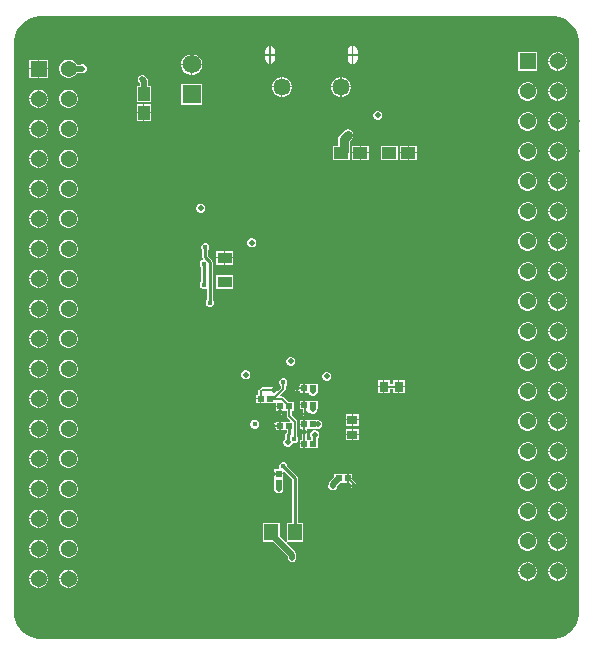
<source format=gbr>
%TF.GenerationSoftware,Altium Limited,Altium Designer,24.10.1 (45)*%
G04 Layer_Physical_Order=4*
G04 Layer_Color=16711680*
%FSLAX45Y45*%
%MOMM*%
%TF.SameCoordinates,4DA1E9EC-797C-4A4C-9375-46A5AD340D12*%
%TF.FilePolarity,Positive*%
%TF.FileFunction,Copper,L4,Bot,Signal*%
%TF.Part,Single*%
G01*
G75*
%TA.AperFunction,Conductor*%
%ADD25C,0.25400*%
%ADD26C,0.25000*%
%ADD27C,0.20000*%
%ADD28C,0.50000*%
%ADD29C,0.75000*%
%TA.AperFunction,ComponentPad*%
%ADD31C,1.37000*%
%ADD32R,1.37000X1.37000*%
%ADD33C,1.45000*%
%ADD34C,1.57000*%
%ADD35R,1.57000X1.57000*%
%TA.AperFunction,ViaPad*%
%ADD36C,0.45000*%
%ADD37C,0.50000*%
%TA.AperFunction,SMDPad,CuDef*%
%ADD38R,1.20000X1.45000*%
%ADD39R,0.80000X0.90000*%
%ADD40R,0.90000X0.80000*%
%ADD41R,1.01213X1.20840*%
%ADD42R,1.20840X1.01213*%
%ADD43R,1.20620X0.95620*%
%ADD44R,0.52000X0.52000*%
%ADD45R,0.52000X0.52000*%
G36*
X4640141Y5063332D02*
X4682655Y5045722D01*
X4720916Y5020157D01*
X4753456Y4987617D01*
X4779022Y4949355D01*
X4796632Y4906841D01*
X4805609Y4861709D01*
Y4838700D01*
Y25400D01*
Y2391D01*
X4796632Y-42741D01*
X4779022Y-85256D01*
X4753457Y-123516D01*
X4720917Y-156056D01*
X4682655Y-181622D01*
X4640140Y-199232D01*
X4595009Y-208209D01*
X230991D01*
X185859Y-199232D01*
X143344Y-181622D01*
X105084Y-156057D01*
X72544Y-123518D01*
X46978Y-85256D01*
X29368Y-42741D01*
X20391Y2391D01*
Y25400D01*
Y4838700D01*
Y4861709D01*
X29368Y4906840D01*
X46978Y4949355D01*
X72543Y4987616D01*
X105082Y5020156D01*
X143344Y5045722D01*
X185859Y5063332D01*
X230991Y5072309D01*
X4595009D01*
X4640141Y5063332D01*
D02*
G37*
%LPC*%
G36*
X2892080Y4815336D02*
Y4745480D01*
X2927947D01*
Y4775400D01*
X2924830Y4791070D01*
X2915954Y4804354D01*
X2902670Y4813230D01*
X2892080Y4815336D01*
D02*
G37*
G36*
X2192080D02*
Y4745480D01*
X2227947D01*
Y4775400D01*
X2224830Y4791070D01*
X2215954Y4804354D01*
X2202670Y4813230D01*
X2192080Y4815336D01*
D02*
G37*
G36*
X2181920D02*
X2171330Y4813230D01*
X2158046Y4804354D01*
X2149170Y4791070D01*
X2146053Y4775400D01*
Y4745480D01*
X2181920D01*
Y4815336D01*
D02*
G37*
G36*
X2881920D02*
X2871330Y4813230D01*
X2858046Y4804354D01*
X2849170Y4791070D01*
X2846053Y4775400D01*
Y4745480D01*
X2881920D01*
Y4815336D01*
D02*
G37*
G36*
X4633156Y4764960D02*
X4627880D01*
Y4691380D01*
X4701460D01*
Y4696656D01*
X4696099Y4716662D01*
X4685743Y4734598D01*
X4671098Y4749243D01*
X4653162Y4759599D01*
X4633156Y4764960D01*
D02*
G37*
G36*
X4617720D02*
X4612444D01*
X4592438Y4759599D01*
X4574502Y4749243D01*
X4559857Y4734598D01*
X4549501Y4716662D01*
X4544140Y4696656D01*
Y4691380D01*
X4617720D01*
Y4764960D01*
D02*
G37*
G36*
X1535672Y4749560D02*
X1529080D01*
Y4665980D01*
X1612660D01*
Y4672572D01*
X1606618Y4695121D01*
X1594946Y4715339D01*
X1578439Y4731846D01*
X1558221Y4743518D01*
X1535672Y4749560D01*
D02*
G37*
G36*
X1518920D02*
X1512328D01*
X1489779Y4743518D01*
X1469561Y4731846D01*
X1453054Y4715339D01*
X1441382Y4695121D01*
X1435340Y4672572D01*
Y4665980D01*
X1518920D01*
Y4749560D01*
D02*
G37*
G36*
X2927947Y4735320D02*
X2892080D01*
Y4665464D01*
X2902670Y4667570D01*
X2915954Y4676446D01*
X2924830Y4689730D01*
X2927947Y4705400D01*
Y4735320D01*
D02*
G37*
G36*
X2227947D02*
X2192080D01*
Y4665464D01*
X2202670Y4667570D01*
X2215954Y4676446D01*
X2224830Y4689730D01*
X2227947Y4705400D01*
Y4735320D01*
D02*
G37*
G36*
X2881920D02*
X2846053D01*
Y4705400D01*
X2849170Y4689730D01*
X2858046Y4676446D01*
X2871330Y4667570D01*
X2881920Y4665464D01*
Y4735320D01*
D02*
G37*
G36*
X2181920D02*
X2146053D01*
Y4705400D01*
X2149170Y4689730D01*
X2158046Y4676446D01*
X2171330Y4667570D01*
X2181920Y4665464D01*
Y4735320D01*
D02*
G37*
G36*
X307260Y4701460D02*
X233680D01*
Y4627880D01*
X307260D01*
Y4701460D01*
D02*
G37*
G36*
X223520D02*
X149940D01*
Y4627880D01*
X223520D01*
Y4701460D01*
D02*
G37*
G36*
X4701460Y4681220D02*
X4627880D01*
Y4607640D01*
X4633156D01*
X4653162Y4613001D01*
X4671098Y4623357D01*
X4685743Y4638002D01*
X4696099Y4655938D01*
X4701460Y4675944D01*
Y4681220D01*
D02*
G37*
G36*
X4617720D02*
X4544140D01*
Y4675944D01*
X4549501Y4655938D01*
X4559857Y4638002D01*
X4574502Y4623357D01*
X4592438Y4613001D01*
X4612444Y4607640D01*
X4617720D01*
Y4681220D01*
D02*
G37*
G36*
X4447460Y4764960D02*
X4290140D01*
Y4607640D01*
X4447460D01*
Y4764960D01*
D02*
G37*
G36*
X492956Y4701460D02*
X472244D01*
X452238Y4696099D01*
X434302Y4685743D01*
X419657Y4671098D01*
X409301Y4653162D01*
X403940Y4633156D01*
Y4612444D01*
X409301Y4592438D01*
X419657Y4574502D01*
X434302Y4559857D01*
X452238Y4549501D01*
X472244Y4544140D01*
X492956D01*
X512962Y4549501D01*
X530898Y4559857D01*
X545543Y4574502D01*
X552731Y4586951D01*
X584932D01*
X589401Y4585100D01*
X604399D01*
X618255Y4590839D01*
X628861Y4601445D01*
X634600Y4615301D01*
Y4630299D01*
X628861Y4644155D01*
X618255Y4654761D01*
X604399Y4660500D01*
X589401D01*
X584932Y4658649D01*
X552731D01*
X545543Y4671098D01*
X530898Y4685743D01*
X512962Y4696099D01*
X492956Y4701460D01*
D02*
G37*
G36*
X1612660Y4655820D02*
X1529080D01*
Y4572240D01*
X1535672D01*
X1558221Y4578282D01*
X1578439Y4589954D01*
X1594946Y4606461D01*
X1606618Y4626679D01*
X1612660Y4649228D01*
Y4655820D01*
D02*
G37*
G36*
X1518920D02*
X1435340D01*
Y4649228D01*
X1441382Y4626679D01*
X1453054Y4606461D01*
X1469561Y4589954D01*
X1489779Y4578282D01*
X1512328Y4572240D01*
X1518920D01*
Y4655820D01*
D02*
G37*
G36*
X307260Y4617720D02*
X233680D01*
Y4544140D01*
X307260D01*
Y4617720D01*
D02*
G37*
G36*
X223520D02*
X149940D01*
Y4544140D01*
X223520D01*
Y4617720D01*
D02*
G37*
G36*
X2797882Y4553060D02*
X2792080D01*
Y4475480D01*
X2869660D01*
Y4481282D01*
X2864027Y4502305D01*
X2853144Y4521154D01*
X2837754Y4536544D01*
X2818905Y4547427D01*
X2797882Y4553060D01*
D02*
G37*
G36*
X2781920D02*
X2776118D01*
X2755095Y4547427D01*
X2736246Y4536544D01*
X2720856Y4521154D01*
X2709973Y4502305D01*
X2704340Y4481282D01*
Y4475480D01*
X2781920D01*
Y4553060D01*
D02*
G37*
G36*
X2297882D02*
X2292080D01*
Y4475480D01*
X2369660D01*
Y4481282D01*
X2364027Y4502305D01*
X2353144Y4521154D01*
X2337754Y4536544D01*
X2318905Y4547427D01*
X2297882Y4553060D01*
D02*
G37*
G36*
X2281920D02*
X2276118D01*
X2255095Y4547427D01*
X2236246Y4536544D01*
X2220856Y4521154D01*
X2209973Y4502305D01*
X2204340Y4481282D01*
Y4475480D01*
X2281920D01*
Y4553060D01*
D02*
G37*
G36*
X4633156Y4510960D02*
X4627880D01*
Y4437380D01*
X4701460D01*
Y4442656D01*
X4696099Y4462662D01*
X4685743Y4480598D01*
X4671098Y4495243D01*
X4653162Y4505599D01*
X4633156Y4510960D01*
D02*
G37*
G36*
X4617720D02*
X4612444D01*
X4592438Y4505599D01*
X4574502Y4495243D01*
X4559857Y4480598D01*
X4549501Y4462662D01*
X4544140Y4442656D01*
Y4437380D01*
X4617720D01*
Y4510960D01*
D02*
G37*
G36*
X2869660Y4465320D02*
X2792080D01*
Y4387740D01*
X2797882D01*
X2818905Y4393373D01*
X2837754Y4404256D01*
X2853144Y4419646D01*
X2864027Y4438495D01*
X2869660Y4459518D01*
Y4465320D01*
D02*
G37*
G36*
X2781920D02*
X2704340D01*
Y4459518D01*
X2709973Y4438495D01*
X2720856Y4419646D01*
X2736246Y4404256D01*
X2755095Y4393373D01*
X2776118Y4387740D01*
X2781920D01*
Y4465320D01*
D02*
G37*
G36*
X2369660D02*
X2292080D01*
Y4387740D01*
X2297882D01*
X2318905Y4393373D01*
X2337754Y4404256D01*
X2353144Y4419646D01*
X2364027Y4438495D01*
X2369660Y4459518D01*
Y4465320D01*
D02*
G37*
G36*
X2281920D02*
X2204340D01*
Y4459518D01*
X2209973Y4438495D01*
X2220856Y4419646D01*
X2236246Y4404256D01*
X2255095Y4393373D01*
X2276118Y4387740D01*
X2281920D01*
Y4465320D01*
D02*
G37*
G36*
X238956Y4447460D02*
X233680D01*
Y4373880D01*
X307260D01*
Y4379156D01*
X301899Y4399162D01*
X291543Y4417098D01*
X276898Y4431743D01*
X258962Y4442099D01*
X238956Y4447460D01*
D02*
G37*
G36*
X223520D02*
X218244D01*
X198238Y4442099D01*
X180302Y4431743D01*
X165657Y4417098D01*
X155301Y4399162D01*
X149940Y4379156D01*
Y4373880D01*
X223520D01*
Y4447460D01*
D02*
G37*
G36*
X4701460Y4427220D02*
X4627880D01*
Y4353640D01*
X4633156D01*
X4653162Y4359001D01*
X4671098Y4369357D01*
X4685743Y4384002D01*
X4696099Y4401938D01*
X4701460Y4421944D01*
Y4427220D01*
D02*
G37*
G36*
X4617720D02*
X4544140D01*
Y4421944D01*
X4549501Y4401938D01*
X4559857Y4384002D01*
X4574502Y4369357D01*
X4592438Y4359001D01*
X4612444Y4353640D01*
X4617720D01*
Y4427220D01*
D02*
G37*
G36*
X4379156Y4510960D02*
X4358444D01*
X4338438Y4505599D01*
X4320502Y4495243D01*
X4305857Y4480598D01*
X4295501Y4462662D01*
X4290140Y4442656D01*
Y4421944D01*
X4295501Y4401938D01*
X4305857Y4384002D01*
X4320502Y4369357D01*
X4338438Y4359001D01*
X4358444Y4353640D01*
X4379156D01*
X4399162Y4359001D01*
X4417098Y4369357D01*
X4431743Y4384002D01*
X4442099Y4401938D01*
X4447460Y4421944D01*
Y4442656D01*
X4442099Y4462662D01*
X4431743Y4480598D01*
X4417098Y4495243D01*
X4399162Y4505599D01*
X4379156Y4510960D01*
D02*
G37*
G36*
X1112399Y4571600D02*
X1097401D01*
X1083545Y4565861D01*
X1072939Y4555255D01*
X1067200Y4541399D01*
Y4526401D01*
X1072939Y4512545D01*
X1081751Y4503733D01*
Y4481466D01*
X1056834D01*
Y4340307D01*
X1178366D01*
Y4481466D01*
X1153449D01*
Y4521200D01*
X1150720Y4534919D01*
X1142949Y4546549D01*
X1138712Y4550786D01*
X1136861Y4555255D01*
X1126255Y4565861D01*
X1112399Y4571600D01*
D02*
G37*
G36*
X1612660Y4495560D02*
X1435340D01*
Y4318240D01*
X1612660D01*
Y4495560D01*
D02*
G37*
G36*
X492956Y4447460D02*
X472244D01*
X452238Y4442099D01*
X434302Y4431743D01*
X419657Y4417098D01*
X409301Y4399162D01*
X403940Y4379156D01*
Y4358444D01*
X409301Y4338438D01*
X419657Y4320502D01*
X434302Y4305857D01*
X452238Y4295501D01*
X472244Y4290140D01*
X492956D01*
X512962Y4295501D01*
X530898Y4305857D01*
X545543Y4320502D01*
X555899Y4338438D01*
X561260Y4358444D01*
Y4379156D01*
X555899Y4399162D01*
X545543Y4417098D01*
X530898Y4431743D01*
X512962Y4442099D01*
X492956Y4447460D01*
D02*
G37*
G36*
X307260Y4363720D02*
X233680D01*
Y4290140D01*
X238956D01*
X258962Y4295501D01*
X276898Y4305857D01*
X291543Y4320502D01*
X301899Y4338438D01*
X307260Y4358444D01*
Y4363720D01*
D02*
G37*
G36*
X223520D02*
X149940D01*
Y4358444D01*
X155301Y4338438D01*
X165657Y4320502D01*
X180302Y4305857D01*
X198238Y4295501D01*
X218244Y4290140D01*
X223520D01*
Y4363720D01*
D02*
G37*
G36*
X1178366Y4321093D02*
X1122680D01*
Y4255593D01*
X1178366D01*
Y4321093D01*
D02*
G37*
G36*
X1112520D02*
X1056834D01*
Y4255593D01*
X1112520D01*
Y4321093D01*
D02*
G37*
G36*
X3106299Y4266800D02*
X3091301D01*
X3077445Y4261061D01*
X3066839Y4250455D01*
X3061100Y4236599D01*
Y4221601D01*
X3066839Y4207745D01*
X3077445Y4197139D01*
X3091301Y4191400D01*
X3106299D01*
X3120155Y4197139D01*
X3130761Y4207745D01*
X3136500Y4221601D01*
Y4236599D01*
X3130761Y4250455D01*
X3120155Y4261061D01*
X3106299Y4266800D01*
D02*
G37*
G36*
X4633156Y4256960D02*
X4627880D01*
Y4183380D01*
X4701460D01*
Y4188656D01*
X4696099Y4208662D01*
X4685743Y4226598D01*
X4671098Y4241243D01*
X4653162Y4251599D01*
X4633156Y4256960D01*
D02*
G37*
G36*
X4617720D02*
X4612444D01*
X4592438Y4251599D01*
X4574502Y4241243D01*
X4559857Y4226598D01*
X4549501Y4208662D01*
X4544140Y4188656D01*
Y4183380D01*
X4617720D01*
Y4256960D01*
D02*
G37*
G36*
X1178366Y4245433D02*
X1122680D01*
Y4179933D01*
X1178366D01*
Y4245433D01*
D02*
G37*
G36*
X1112520D02*
X1056834D01*
Y4179933D01*
X1112520D01*
Y4245433D01*
D02*
G37*
G36*
X238956Y4193460D02*
X233680D01*
Y4119880D01*
X307260D01*
Y4125156D01*
X301899Y4145162D01*
X291543Y4163098D01*
X276898Y4177743D01*
X258962Y4188099D01*
X238956Y4193460D01*
D02*
G37*
G36*
X223520D02*
X218244D01*
X198238Y4188099D01*
X180302Y4177743D01*
X165657Y4163098D01*
X155301Y4145162D01*
X149940Y4125156D01*
Y4119880D01*
X223520D01*
Y4193460D01*
D02*
G37*
G36*
X4701460Y4173220D02*
X4627880D01*
Y4099640D01*
X4633156D01*
X4653162Y4105001D01*
X4671098Y4115357D01*
X4685743Y4130002D01*
X4696099Y4147938D01*
X4701460Y4167944D01*
Y4173220D01*
D02*
G37*
G36*
X4617720D02*
X4544140D01*
Y4167944D01*
X4549501Y4147938D01*
X4559857Y4130002D01*
X4574502Y4115357D01*
X4592438Y4105001D01*
X4612444Y4099640D01*
X4617720D01*
Y4173220D01*
D02*
G37*
G36*
X4379156Y4256960D02*
X4358444D01*
X4338438Y4251599D01*
X4320502Y4241243D01*
X4305857Y4226598D01*
X4295501Y4208662D01*
X4290140Y4188656D01*
Y4167944D01*
X4295501Y4147938D01*
X4305857Y4130002D01*
X4320502Y4115357D01*
X4338438Y4105001D01*
X4358444Y4099640D01*
X4379156D01*
X4399162Y4105001D01*
X4417098Y4115357D01*
X4431743Y4130002D01*
X4442099Y4147938D01*
X4447460Y4167944D01*
Y4188656D01*
X4442099Y4208662D01*
X4431743Y4226598D01*
X4417098Y4241243D01*
X4399162Y4251599D01*
X4379156Y4256960D01*
D02*
G37*
G36*
X492956Y4193460D02*
X472244D01*
X452238Y4188099D01*
X434302Y4177743D01*
X419657Y4163098D01*
X409301Y4145162D01*
X403940Y4125156D01*
Y4104444D01*
X409301Y4084438D01*
X419657Y4066502D01*
X434302Y4051857D01*
X452238Y4041501D01*
X472244Y4036140D01*
X492956D01*
X512962Y4041501D01*
X530898Y4051857D01*
X545543Y4066502D01*
X555899Y4084438D01*
X561260Y4104444D01*
Y4125156D01*
X555899Y4145162D01*
X545543Y4163098D01*
X530898Y4177743D01*
X512962Y4188099D01*
X492956Y4193460D01*
D02*
G37*
G36*
X307260Y4109720D02*
X233680D01*
Y4036140D01*
X238956D01*
X258962Y4041501D01*
X276898Y4051857D01*
X291543Y4066502D01*
X301899Y4084438D01*
X307260Y4104444D01*
Y4109720D01*
D02*
G37*
G36*
X223520D02*
X149940D01*
Y4104444D01*
X155301Y4084438D01*
X165657Y4066502D01*
X180302Y4051857D01*
X198238Y4041501D01*
X218244Y4036140D01*
X223520D01*
Y4109720D01*
D02*
G37*
G36*
X4633156Y4002960D02*
X4627880D01*
Y3929380D01*
X4701460D01*
Y3934656D01*
X4696099Y3954662D01*
X4685743Y3972598D01*
X4671098Y3987243D01*
X4653162Y3997599D01*
X4633156Y4002960D01*
D02*
G37*
G36*
X4617720D02*
X4612444D01*
X4592438Y3997599D01*
X4574502Y3987243D01*
X4559857Y3972598D01*
X4549501Y3954662D01*
X4544140Y3934656D01*
Y3929380D01*
X4617720D01*
Y4002960D01*
D02*
G37*
G36*
X3020966Y3972366D02*
X2955467D01*
Y3916680D01*
X3020966D01*
Y3972366D01*
D02*
G37*
G36*
X3427366D02*
X3361867D01*
Y3916680D01*
X3427366D01*
Y3972366D01*
D02*
G37*
G36*
X2945307D02*
X2879807D01*
Y3916680D01*
X2945307D01*
Y3972366D01*
D02*
G37*
G36*
X3351707D02*
X3286207D01*
Y3916680D01*
X3351707D01*
Y3972366D01*
D02*
G37*
G36*
X238956Y3939460D02*
X233680D01*
Y3865880D01*
X307260D01*
Y3871156D01*
X301899Y3891162D01*
X291543Y3909098D01*
X276898Y3923743D01*
X258962Y3934099D01*
X238956Y3939460D01*
D02*
G37*
G36*
X223520D02*
X218244D01*
X198238Y3934099D01*
X180302Y3923743D01*
X165657Y3909098D01*
X155301Y3891162D01*
X149940Y3871156D01*
Y3865880D01*
X223520D01*
Y3939460D01*
D02*
G37*
G36*
X3427366Y3906520D02*
X3361867D01*
Y3850834D01*
X3427366D01*
Y3906520D01*
D02*
G37*
G36*
X3351707D02*
X3286207D01*
Y3850834D01*
X3351707D01*
Y3906520D01*
D02*
G37*
G36*
X3266993Y3972366D02*
X3125833D01*
Y3850834D01*
X3266993D01*
Y3972366D01*
D02*
G37*
G36*
X3020966Y3906520D02*
X2955467D01*
Y3850834D01*
X3020966D01*
Y3906520D01*
D02*
G37*
G36*
X2945307D02*
X2879807D01*
Y3850834D01*
X2945307D01*
Y3906520D01*
D02*
G37*
G36*
X2844800Y4112594D02*
X2826204Y4108895D01*
X2810439Y4098361D01*
X2778572Y4066494D01*
X2768038Y4050729D01*
X2764339Y4032133D01*
Y3972366D01*
X2719433D01*
Y3850834D01*
X2860593D01*
Y3920011D01*
X2861527Y3924707D01*
Y4012005D01*
X2879161Y4029639D01*
X2889695Y4045404D01*
X2893394Y4064000D01*
X2889695Y4082596D01*
X2879161Y4098361D01*
X2863396Y4108895D01*
X2844800Y4112594D01*
D02*
G37*
G36*
X4701460Y3919220D02*
X4627880D01*
Y3845640D01*
X4633156D01*
X4653162Y3851001D01*
X4671098Y3861357D01*
X4685743Y3876002D01*
X4696099Y3893938D01*
X4701460Y3913944D01*
Y3919220D01*
D02*
G37*
G36*
X4617720D02*
X4544140D01*
Y3913944D01*
X4549501Y3893938D01*
X4559857Y3876002D01*
X4574502Y3861357D01*
X4592438Y3851001D01*
X4612444Y3845640D01*
X4617720D01*
Y3919220D01*
D02*
G37*
G36*
X4379156Y4002960D02*
X4358444D01*
X4338438Y3997599D01*
X4320502Y3987243D01*
X4305857Y3972598D01*
X4295501Y3954662D01*
X4290140Y3934656D01*
Y3913944D01*
X4295501Y3893938D01*
X4305857Y3876002D01*
X4320502Y3861357D01*
X4338438Y3851001D01*
X4358444Y3845640D01*
X4379156D01*
X4399162Y3851001D01*
X4417098Y3861357D01*
X4431743Y3876002D01*
X4442099Y3893938D01*
X4447460Y3913944D01*
Y3934656D01*
X4442099Y3954662D01*
X4431743Y3972598D01*
X4417098Y3987243D01*
X4399162Y3997599D01*
X4379156Y4002960D01*
D02*
G37*
G36*
X492956Y3939460D02*
X472244D01*
X452238Y3934099D01*
X434302Y3923743D01*
X419657Y3909098D01*
X409301Y3891162D01*
X403940Y3871156D01*
Y3850444D01*
X409301Y3830438D01*
X419657Y3812502D01*
X434302Y3797857D01*
X452238Y3787501D01*
X472244Y3782140D01*
X492956D01*
X512962Y3787501D01*
X530898Y3797857D01*
X545543Y3812502D01*
X555899Y3830438D01*
X561260Y3850444D01*
Y3871156D01*
X555899Y3891162D01*
X545543Y3909098D01*
X530898Y3923743D01*
X512962Y3934099D01*
X492956Y3939460D01*
D02*
G37*
G36*
X307260Y3855720D02*
X233680D01*
Y3782140D01*
X238956D01*
X258962Y3787501D01*
X276898Y3797857D01*
X291543Y3812502D01*
X301899Y3830438D01*
X307260Y3850444D01*
Y3855720D01*
D02*
G37*
G36*
X223520D02*
X149940D01*
Y3850444D01*
X155301Y3830438D01*
X165657Y3812502D01*
X180302Y3797857D01*
X198238Y3787501D01*
X218244Y3782140D01*
X223520D01*
Y3855720D01*
D02*
G37*
G36*
X4633156Y3748960D02*
X4627880D01*
Y3675380D01*
X4701460D01*
Y3680656D01*
X4696099Y3700662D01*
X4685743Y3718598D01*
X4671098Y3733243D01*
X4653162Y3743599D01*
X4633156Y3748960D01*
D02*
G37*
G36*
X4617720D02*
X4612444D01*
X4592438Y3743599D01*
X4574502Y3733243D01*
X4559857Y3718598D01*
X4549501Y3700662D01*
X4544140Y3680656D01*
Y3675380D01*
X4617720D01*
Y3748960D01*
D02*
G37*
G36*
X238956Y3685460D02*
X233680D01*
Y3611880D01*
X307260D01*
Y3617156D01*
X301899Y3637162D01*
X291543Y3655098D01*
X276898Y3669743D01*
X258962Y3680099D01*
X238956Y3685460D01*
D02*
G37*
G36*
X223520D02*
X218244D01*
X198238Y3680099D01*
X180302Y3669743D01*
X165657Y3655098D01*
X155301Y3637162D01*
X149940Y3617156D01*
Y3611880D01*
X223520D01*
Y3685460D01*
D02*
G37*
G36*
X4701460Y3665220D02*
X4627880D01*
Y3591640D01*
X4633156D01*
X4653162Y3597001D01*
X4671098Y3607357D01*
X4685743Y3622002D01*
X4696099Y3639938D01*
X4701460Y3659944D01*
Y3665220D01*
D02*
G37*
G36*
X4617720D02*
X4544140D01*
Y3659944D01*
X4549501Y3639938D01*
X4559857Y3622002D01*
X4574502Y3607357D01*
X4592438Y3597001D01*
X4612444Y3591640D01*
X4617720D01*
Y3665220D01*
D02*
G37*
G36*
X4379156Y3748960D02*
X4358444D01*
X4338438Y3743599D01*
X4320502Y3733243D01*
X4305857Y3718598D01*
X4295501Y3700662D01*
X4290140Y3680656D01*
Y3659944D01*
X4295501Y3639938D01*
X4305857Y3622002D01*
X4320502Y3607357D01*
X4338438Y3597001D01*
X4358444Y3591640D01*
X4379156D01*
X4399162Y3597001D01*
X4417098Y3607357D01*
X4431743Y3622002D01*
X4442099Y3639938D01*
X4447460Y3659944D01*
Y3680656D01*
X4442099Y3700662D01*
X4431743Y3718598D01*
X4417098Y3733243D01*
X4399162Y3743599D01*
X4379156Y3748960D01*
D02*
G37*
G36*
X492956Y3685460D02*
X472244D01*
X452238Y3680099D01*
X434302Y3669743D01*
X419657Y3655098D01*
X409301Y3637162D01*
X403940Y3617156D01*
Y3596444D01*
X409301Y3576438D01*
X419657Y3558502D01*
X434302Y3543857D01*
X452238Y3533501D01*
X472244Y3528140D01*
X492956D01*
X512962Y3533501D01*
X530898Y3543857D01*
X545543Y3558502D01*
X555899Y3576438D01*
X561260Y3596444D01*
Y3617156D01*
X555899Y3637162D01*
X545543Y3655098D01*
X530898Y3669743D01*
X512962Y3680099D01*
X492956Y3685460D01*
D02*
G37*
G36*
X307260Y3601720D02*
X233680D01*
Y3528140D01*
X238956D01*
X258962Y3533501D01*
X276898Y3543857D01*
X291543Y3558502D01*
X301899Y3576438D01*
X307260Y3596444D01*
Y3601720D01*
D02*
G37*
G36*
X223520D02*
X149940D01*
Y3596444D01*
X155301Y3576438D01*
X165657Y3558502D01*
X180302Y3543857D01*
X198238Y3533501D01*
X218244Y3528140D01*
X223520D01*
Y3601720D01*
D02*
G37*
G36*
X4633156Y3494960D02*
X4627880D01*
Y3421380D01*
X4701460D01*
Y3426656D01*
X4696099Y3446662D01*
X4685743Y3464598D01*
X4671098Y3479243D01*
X4653162Y3489599D01*
X4633156Y3494960D01*
D02*
G37*
G36*
X4617720D02*
X4612444D01*
X4592438Y3489599D01*
X4574502Y3479243D01*
X4559857Y3464598D01*
X4549501Y3446662D01*
X4544140Y3426656D01*
Y3421380D01*
X4617720D01*
Y3494960D01*
D02*
G37*
G36*
X1607699Y3481000D02*
X1592701D01*
X1578845Y3475261D01*
X1568239Y3464655D01*
X1562500Y3450799D01*
Y3435801D01*
X1568239Y3421945D01*
X1578845Y3411339D01*
X1592701Y3405600D01*
X1607699D01*
X1621555Y3411339D01*
X1632161Y3421945D01*
X1637900Y3435801D01*
Y3450799D01*
X1632161Y3464655D01*
X1621555Y3475261D01*
X1607699Y3481000D01*
D02*
G37*
G36*
X238956Y3431460D02*
X233680D01*
Y3357880D01*
X307260D01*
Y3363156D01*
X301899Y3383162D01*
X291543Y3401098D01*
X276898Y3415743D01*
X258962Y3426099D01*
X238956Y3431460D01*
D02*
G37*
G36*
X223520D02*
X218244D01*
X198238Y3426099D01*
X180302Y3415743D01*
X165657Y3401098D01*
X155301Y3383162D01*
X149940Y3363156D01*
Y3357880D01*
X223520D01*
Y3431460D01*
D02*
G37*
G36*
X4701460Y3411220D02*
X4627880D01*
Y3337640D01*
X4633156D01*
X4653162Y3343001D01*
X4671098Y3353357D01*
X4685743Y3368002D01*
X4696099Y3385938D01*
X4701460Y3405944D01*
Y3411220D01*
D02*
G37*
G36*
X4617720D02*
X4544140D01*
Y3405944D01*
X4549501Y3385938D01*
X4559857Y3368002D01*
X4574502Y3353357D01*
X4592438Y3343001D01*
X4612444Y3337640D01*
X4617720D01*
Y3411220D01*
D02*
G37*
G36*
X4379156Y3494960D02*
X4358444D01*
X4338438Y3489599D01*
X4320502Y3479243D01*
X4305857Y3464598D01*
X4295501Y3446662D01*
X4290140Y3426656D01*
Y3405944D01*
X4295501Y3385938D01*
X4305857Y3368002D01*
X4320502Y3353357D01*
X4338438Y3343001D01*
X4358444Y3337640D01*
X4379156D01*
X4399162Y3343001D01*
X4417098Y3353357D01*
X4431743Y3368002D01*
X4442099Y3385938D01*
X4447460Y3405944D01*
Y3426656D01*
X4442099Y3446662D01*
X4431743Y3464598D01*
X4417098Y3479243D01*
X4399162Y3489599D01*
X4379156Y3494960D01*
D02*
G37*
G36*
X492956Y3431460D02*
X472244D01*
X452238Y3426099D01*
X434302Y3415743D01*
X419657Y3401098D01*
X409301Y3383162D01*
X403940Y3363156D01*
Y3342444D01*
X409301Y3322438D01*
X419657Y3304502D01*
X434302Y3289857D01*
X452238Y3279501D01*
X472244Y3274140D01*
X492956D01*
X512962Y3279501D01*
X530898Y3289857D01*
X545543Y3304502D01*
X555899Y3322438D01*
X561260Y3342444D01*
Y3363156D01*
X555899Y3383162D01*
X545543Y3401098D01*
X530898Y3415743D01*
X512962Y3426099D01*
X492956Y3431460D01*
D02*
G37*
G36*
X307260Y3347720D02*
X233680D01*
Y3274140D01*
X238956D01*
X258962Y3279501D01*
X276898Y3289857D01*
X291543Y3304502D01*
X301899Y3322438D01*
X307260Y3342444D01*
Y3347720D01*
D02*
G37*
G36*
X223520D02*
X149940D01*
Y3342444D01*
X155301Y3322438D01*
X165657Y3304502D01*
X180302Y3289857D01*
X198238Y3279501D01*
X218244Y3274140D01*
X223520D01*
Y3347720D01*
D02*
G37*
G36*
X4633156Y3240960D02*
X4627880D01*
Y3167380D01*
X4701460D01*
Y3172656D01*
X4696099Y3192662D01*
X4685743Y3210598D01*
X4671098Y3225243D01*
X4653162Y3235599D01*
X4633156Y3240960D01*
D02*
G37*
G36*
X4617720D02*
X4612444D01*
X4592438Y3235599D01*
X4574502Y3225243D01*
X4559857Y3210598D01*
X4549501Y3192662D01*
X4544140Y3172656D01*
Y3167380D01*
X4617720D01*
Y3240960D01*
D02*
G37*
G36*
X2039499Y3187300D02*
X2024501D01*
X2010645Y3181561D01*
X2000039Y3170955D01*
X1994300Y3157099D01*
Y3142101D01*
X2000039Y3128245D01*
X2010645Y3117639D01*
X2024501Y3111900D01*
X2039499D01*
X2053355Y3117639D01*
X2063961Y3128245D01*
X2069700Y3142101D01*
Y3157099D01*
X2063961Y3170955D01*
X2053355Y3181561D01*
X2039499Y3187300D01*
D02*
G37*
G36*
X238956Y3177460D02*
X233680D01*
Y3103880D01*
X307260D01*
Y3109156D01*
X301899Y3129162D01*
X291543Y3147098D01*
X276898Y3161743D01*
X258962Y3172099D01*
X238956Y3177460D01*
D02*
G37*
G36*
X223520D02*
X218244D01*
X198238Y3172099D01*
X180302Y3161743D01*
X165657Y3147098D01*
X155301Y3129162D01*
X149940Y3109156D01*
Y3103880D01*
X223520D01*
Y3177460D01*
D02*
G37*
G36*
X4701460Y3157220D02*
X4627880D01*
Y3083640D01*
X4633156D01*
X4653162Y3089001D01*
X4671098Y3099357D01*
X4685743Y3114002D01*
X4696099Y3131938D01*
X4701460Y3151944D01*
Y3157220D01*
D02*
G37*
G36*
X4617720D02*
X4544140D01*
Y3151944D01*
X4549501Y3131938D01*
X4559857Y3114002D01*
X4574502Y3099357D01*
X4592438Y3089001D01*
X4612444Y3083640D01*
X4617720D01*
Y3157220D01*
D02*
G37*
G36*
X4379156Y3240960D02*
X4358444D01*
X4338438Y3235599D01*
X4320502Y3225243D01*
X4305857Y3210598D01*
X4295501Y3192662D01*
X4290140Y3172656D01*
Y3151944D01*
X4295501Y3131938D01*
X4305857Y3114002D01*
X4320502Y3099357D01*
X4338438Y3089001D01*
X4358444Y3083640D01*
X4379156D01*
X4399162Y3089001D01*
X4417098Y3099357D01*
X4431743Y3114002D01*
X4442099Y3131938D01*
X4447460Y3151944D01*
Y3172656D01*
X4442099Y3192662D01*
X4431743Y3210598D01*
X4417098Y3225243D01*
X4399162Y3235599D01*
X4379156Y3240960D01*
D02*
G37*
G36*
X1873870Y3081470D02*
X1808479D01*
Y3028580D01*
X1873870D01*
Y3081470D01*
D02*
G37*
G36*
X1798319D02*
X1732929D01*
Y3028580D01*
X1798319D01*
Y3081470D01*
D02*
G37*
G36*
X492956Y3177460D02*
X472244D01*
X452238Y3172099D01*
X434302Y3161743D01*
X419657Y3147098D01*
X409301Y3129162D01*
X403940Y3109156D01*
Y3088444D01*
X409301Y3068438D01*
X419657Y3050502D01*
X434302Y3035857D01*
X452238Y3025501D01*
X472244Y3020140D01*
X492956D01*
X512962Y3025501D01*
X530898Y3035857D01*
X545543Y3050502D01*
X555899Y3068438D01*
X561260Y3088444D01*
Y3109156D01*
X555899Y3129162D01*
X545543Y3147098D01*
X530898Y3161743D01*
X512962Y3172099D01*
X492956Y3177460D01*
D02*
G37*
G36*
X307260Y3093720D02*
X233680D01*
Y3020140D01*
X238956D01*
X258962Y3025501D01*
X276898Y3035857D01*
X291543Y3050502D01*
X301899Y3068438D01*
X307260Y3088444D01*
Y3093720D01*
D02*
G37*
G36*
X223520D02*
X149940D01*
Y3088444D01*
X155301Y3068438D01*
X165657Y3050502D01*
X180302Y3035857D01*
X198238Y3025501D01*
X218244Y3020140D01*
X223520D01*
Y3093720D01*
D02*
G37*
G36*
X1873870Y3018420D02*
X1808479D01*
Y2965530D01*
X1873870D01*
Y3018420D01*
D02*
G37*
G36*
X1798319D02*
X1732929D01*
Y2965530D01*
X1798319D01*
Y3018420D01*
D02*
G37*
G36*
X4633156Y2986960D02*
X4627880D01*
Y2913380D01*
X4701460D01*
Y2918656D01*
X4696099Y2938662D01*
X4685743Y2956598D01*
X4671098Y2971243D01*
X4653162Y2981599D01*
X4633156Y2986960D01*
D02*
G37*
G36*
X4617720D02*
X4612444D01*
X4592438Y2981599D01*
X4574502Y2971243D01*
X4559857Y2956598D01*
X4549501Y2938662D01*
X4544140Y2918656D01*
Y2913380D01*
X4617720D01*
Y2986960D01*
D02*
G37*
G36*
X238956Y2923460D02*
X233680D01*
Y2849880D01*
X307260D01*
Y2855156D01*
X301899Y2875162D01*
X291543Y2893098D01*
X276898Y2907743D01*
X258962Y2918099D01*
X238956Y2923460D01*
D02*
G37*
G36*
X223520D02*
X218244D01*
X198238Y2918099D01*
X180302Y2907743D01*
X165657Y2893098D01*
X155301Y2875162D01*
X149940Y2855156D01*
Y2849880D01*
X223520D01*
Y2923460D01*
D02*
G37*
G36*
X4701460Y2903220D02*
X4627880D01*
Y2829640D01*
X4633156D01*
X4653162Y2835001D01*
X4671098Y2845357D01*
X4685743Y2860002D01*
X4696099Y2877938D01*
X4701460Y2897944D01*
Y2903220D01*
D02*
G37*
G36*
X4617720D02*
X4544140D01*
Y2897944D01*
X4549501Y2877938D01*
X4559857Y2860002D01*
X4574502Y2845357D01*
X4592438Y2835001D01*
X4612444Y2829640D01*
X4617720D01*
Y2903220D01*
D02*
G37*
G36*
X4379156Y2986960D02*
X4358444D01*
X4338438Y2981599D01*
X4320502Y2971243D01*
X4305857Y2956598D01*
X4295501Y2938662D01*
X4290140Y2918656D01*
Y2897944D01*
X4295501Y2877938D01*
X4305857Y2860002D01*
X4320502Y2845357D01*
X4338438Y2835001D01*
X4358444Y2829640D01*
X4379156D01*
X4399162Y2835001D01*
X4417098Y2845357D01*
X4431743Y2860002D01*
X4442099Y2877938D01*
X4447460Y2897944D01*
Y2918656D01*
X4442099Y2938662D01*
X4431743Y2956598D01*
X4417098Y2971243D01*
X4399162Y2981599D01*
X4379156Y2986960D01*
D02*
G37*
G36*
X492956Y2923460D02*
X472244D01*
X452238Y2918099D01*
X434302Y2907743D01*
X419657Y2893098D01*
X409301Y2875162D01*
X403940Y2855156D01*
Y2834444D01*
X409301Y2814438D01*
X419657Y2796502D01*
X434302Y2781857D01*
X452238Y2771501D01*
X472244Y2766140D01*
X492956D01*
X512962Y2771501D01*
X530898Y2781857D01*
X545543Y2796502D01*
X555899Y2814438D01*
X561260Y2834444D01*
Y2855156D01*
X555899Y2875162D01*
X545543Y2893098D01*
X530898Y2907743D01*
X512962Y2918099D01*
X492956Y2923460D01*
D02*
G37*
G36*
X307260Y2839720D02*
X233680D01*
Y2766140D01*
X238956D01*
X258962Y2771501D01*
X276898Y2781857D01*
X291543Y2796502D01*
X301899Y2814438D01*
X307260Y2834444D01*
Y2839720D01*
D02*
G37*
G36*
X223520D02*
X149940D01*
Y2834444D01*
X155301Y2814438D01*
X165657Y2796502D01*
X180302Y2781857D01*
X198238Y2771501D01*
X218244Y2766140D01*
X223520D01*
Y2839720D01*
D02*
G37*
G36*
X1873870Y2876470D02*
X1732929D01*
Y2760530D01*
X1873870D01*
Y2876470D01*
D02*
G37*
G36*
X4633156Y2732960D02*
X4627880D01*
Y2659380D01*
X4701460D01*
Y2664656D01*
X4696099Y2684662D01*
X4685743Y2702598D01*
X4671098Y2717243D01*
X4653162Y2727599D01*
X4633156Y2732960D01*
D02*
G37*
G36*
X4617720D02*
X4612444D01*
X4592438Y2727599D01*
X4574502Y2717243D01*
X4559857Y2702598D01*
X4549501Y2684662D01*
X4544140Y2664656D01*
Y2659380D01*
X4617720D01*
Y2732960D01*
D02*
G37*
G36*
X1645302Y3146700D02*
X1631298D01*
X1618361Y3141341D01*
X1608459Y3131439D01*
X1603100Y3118502D01*
Y3104498D01*
X1608459Y3091561D01*
X1614992Y3085028D01*
Y3026841D01*
X1616766Y3017921D01*
X1617562Y3016731D01*
X1617640Y3015995D01*
X1613308Y3004809D01*
X1605661Y3001641D01*
X1595759Y2991739D01*
X1590400Y2978802D01*
Y2964798D01*
X1595759Y2951861D01*
X1602292Y2945328D01*
Y2820472D01*
X1595759Y2813939D01*
X1590400Y2801002D01*
Y2786998D01*
X1595759Y2774061D01*
X1605661Y2764159D01*
X1618598Y2758800D01*
X1632602D01*
X1642932Y2763079D01*
X1653092Y2758437D01*
Y2668072D01*
X1646559Y2661539D01*
X1641200Y2648602D01*
Y2634598D01*
X1646559Y2621661D01*
X1656461Y2611759D01*
X1669398Y2606400D01*
X1683402D01*
X1696339Y2611759D01*
X1706241Y2621661D01*
X1711600Y2634598D01*
Y2648602D01*
X1706241Y2661539D01*
X1699708Y2668072D01*
Y2988741D01*
X1697934Y2997660D01*
X1692881Y3005222D01*
X1661608Y3036495D01*
Y3085028D01*
X1668141Y3091561D01*
X1673500Y3104498D01*
Y3118502D01*
X1668141Y3131439D01*
X1658239Y3141341D01*
X1645302Y3146700D01*
D02*
G37*
G36*
X238956Y2669460D02*
X233680D01*
Y2595880D01*
X307260D01*
Y2601156D01*
X301899Y2621162D01*
X291543Y2639098D01*
X276898Y2653743D01*
X258962Y2664099D01*
X238956Y2669460D01*
D02*
G37*
G36*
X223520D02*
X218244D01*
X198238Y2664099D01*
X180302Y2653743D01*
X165657Y2639098D01*
X155301Y2621162D01*
X149940Y2601156D01*
Y2595880D01*
X223520D01*
Y2669460D01*
D02*
G37*
G36*
X4701460Y2649220D02*
X4627880D01*
Y2575640D01*
X4633156D01*
X4653162Y2581001D01*
X4671098Y2591357D01*
X4685743Y2606002D01*
X4696099Y2623938D01*
X4701460Y2643944D01*
Y2649220D01*
D02*
G37*
G36*
X4617720D02*
X4544140D01*
Y2643944D01*
X4549501Y2623938D01*
X4559857Y2606002D01*
X4574502Y2591357D01*
X4592438Y2581001D01*
X4612444Y2575640D01*
X4617720D01*
Y2649220D01*
D02*
G37*
G36*
X4379156Y2732960D02*
X4358444D01*
X4338438Y2727599D01*
X4320502Y2717243D01*
X4305857Y2702598D01*
X4295501Y2684662D01*
X4290140Y2664656D01*
Y2643944D01*
X4295501Y2623938D01*
X4305857Y2606002D01*
X4320502Y2591357D01*
X4338438Y2581001D01*
X4358444Y2575640D01*
X4379156D01*
X4399162Y2581001D01*
X4417098Y2591357D01*
X4431743Y2606002D01*
X4442099Y2623938D01*
X4447460Y2643944D01*
Y2664656D01*
X4442099Y2684662D01*
X4431743Y2702598D01*
X4417098Y2717243D01*
X4399162Y2727599D01*
X4379156Y2732960D01*
D02*
G37*
G36*
X492956Y2669460D02*
X472244D01*
X452238Y2664099D01*
X434302Y2653743D01*
X419657Y2639098D01*
X409301Y2621162D01*
X403940Y2601156D01*
Y2580444D01*
X409301Y2560438D01*
X419657Y2542502D01*
X434302Y2527857D01*
X452238Y2517501D01*
X472244Y2512140D01*
X492956D01*
X512962Y2517501D01*
X530898Y2527857D01*
X545543Y2542502D01*
X555899Y2560438D01*
X561260Y2580444D01*
Y2601156D01*
X555899Y2621162D01*
X545543Y2639098D01*
X530898Y2653743D01*
X512962Y2664099D01*
X492956Y2669460D01*
D02*
G37*
G36*
X307260Y2585720D02*
X233680D01*
Y2512140D01*
X238956D01*
X258962Y2517501D01*
X276898Y2527857D01*
X291543Y2542502D01*
X301899Y2560438D01*
X307260Y2580444D01*
Y2585720D01*
D02*
G37*
G36*
X223520D02*
X149940D01*
Y2580444D01*
X155301Y2560438D01*
X165657Y2542502D01*
X180302Y2527857D01*
X198238Y2517501D01*
X218244Y2512140D01*
X223520D01*
Y2585720D01*
D02*
G37*
G36*
X4633156Y2478960D02*
X4627880D01*
Y2405380D01*
X4701460D01*
Y2410656D01*
X4696099Y2430662D01*
X4685743Y2448598D01*
X4671098Y2463243D01*
X4653162Y2473599D01*
X4633156Y2478960D01*
D02*
G37*
G36*
X4617720D02*
X4612444D01*
X4592438Y2473599D01*
X4574502Y2463243D01*
X4559857Y2448598D01*
X4549501Y2430662D01*
X4544140Y2410656D01*
Y2405380D01*
X4617720D01*
Y2478960D01*
D02*
G37*
G36*
X238956Y2415460D02*
X233680D01*
Y2341880D01*
X307260D01*
Y2347156D01*
X301899Y2367162D01*
X291543Y2385098D01*
X276898Y2399743D01*
X258962Y2410099D01*
X238956Y2415460D01*
D02*
G37*
G36*
X223520D02*
X218244D01*
X198238Y2410099D01*
X180302Y2399743D01*
X165657Y2385098D01*
X155301Y2367162D01*
X149940Y2347156D01*
Y2341880D01*
X223520D01*
Y2415460D01*
D02*
G37*
G36*
X4701460Y2395220D02*
X4627880D01*
Y2321640D01*
X4633156D01*
X4653162Y2327001D01*
X4671098Y2337357D01*
X4685743Y2352002D01*
X4696099Y2369938D01*
X4701460Y2389944D01*
Y2395220D01*
D02*
G37*
G36*
X4617720D02*
X4544140D01*
Y2389944D01*
X4549501Y2369938D01*
X4559857Y2352002D01*
X4574502Y2337357D01*
X4592438Y2327001D01*
X4612444Y2321640D01*
X4617720D01*
Y2395220D01*
D02*
G37*
G36*
X4379156Y2478960D02*
X4358444D01*
X4338438Y2473599D01*
X4320502Y2463243D01*
X4305857Y2448598D01*
X4295501Y2430662D01*
X4290140Y2410656D01*
Y2389944D01*
X4295501Y2369938D01*
X4305857Y2352002D01*
X4320502Y2337357D01*
X4338438Y2327001D01*
X4358444Y2321640D01*
X4379156D01*
X4399162Y2327001D01*
X4417098Y2337357D01*
X4431743Y2352002D01*
X4442099Y2369938D01*
X4447460Y2389944D01*
Y2410656D01*
X4442099Y2430662D01*
X4431743Y2448598D01*
X4417098Y2463243D01*
X4399162Y2473599D01*
X4379156Y2478960D01*
D02*
G37*
G36*
X492956Y2415460D02*
X472244D01*
X452238Y2410099D01*
X434302Y2399743D01*
X419657Y2385098D01*
X409301Y2367162D01*
X403940Y2347156D01*
Y2326444D01*
X409301Y2306438D01*
X419657Y2288502D01*
X434302Y2273857D01*
X452238Y2263501D01*
X472244Y2258140D01*
X492956D01*
X512962Y2263501D01*
X530898Y2273857D01*
X545543Y2288502D01*
X555899Y2306438D01*
X561260Y2326444D01*
Y2347156D01*
X555899Y2367162D01*
X545543Y2385098D01*
X530898Y2399743D01*
X512962Y2410099D01*
X492956Y2415460D01*
D02*
G37*
G36*
X307260Y2331720D02*
X233680D01*
Y2258140D01*
X238956D01*
X258962Y2263501D01*
X276898Y2273857D01*
X291543Y2288502D01*
X301899Y2306438D01*
X307260Y2326444D01*
Y2331720D01*
D02*
G37*
G36*
X223520D02*
X149940D01*
Y2326444D01*
X155301Y2306438D01*
X165657Y2288502D01*
X180302Y2273857D01*
X198238Y2263501D01*
X218244Y2258140D01*
X223520D01*
Y2331720D01*
D02*
G37*
G36*
X4633156Y2224960D02*
X4627880D01*
Y2151380D01*
X4701460D01*
Y2156656D01*
X4696099Y2176662D01*
X4685743Y2194598D01*
X4671098Y2209243D01*
X4653162Y2219599D01*
X4633156Y2224960D01*
D02*
G37*
G36*
X4617720D02*
X4612444D01*
X4592438Y2219599D01*
X4574502Y2209243D01*
X4559857Y2194598D01*
X4549501Y2176662D01*
X4544140Y2156656D01*
Y2151380D01*
X4617720D01*
Y2224960D01*
D02*
G37*
G36*
X2369699Y2184000D02*
X2354701D01*
X2340845Y2178261D01*
X2330239Y2167655D01*
X2324500Y2153799D01*
Y2138801D01*
X2330239Y2124945D01*
X2340845Y2114339D01*
X2354701Y2108600D01*
X2369699D01*
X2383555Y2114339D01*
X2394161Y2124945D01*
X2399900Y2138801D01*
Y2153799D01*
X2394161Y2167655D01*
X2383555Y2178261D01*
X2369699Y2184000D01*
D02*
G37*
G36*
X238956Y2161460D02*
X233680D01*
Y2087880D01*
X307260D01*
Y2093156D01*
X301899Y2113162D01*
X291543Y2131098D01*
X276898Y2145743D01*
X258962Y2156099D01*
X238956Y2161460D01*
D02*
G37*
G36*
X223520D02*
X218244D01*
X198238Y2156099D01*
X180302Y2145743D01*
X165657Y2131098D01*
X155301Y2113162D01*
X149940Y2093156D01*
Y2087880D01*
X223520D01*
Y2161460D01*
D02*
G37*
G36*
X4701460Y2141220D02*
X4627880D01*
Y2067640D01*
X4633156D01*
X4653162Y2073001D01*
X4671098Y2083357D01*
X4685743Y2098002D01*
X4696099Y2115938D01*
X4701460Y2135944D01*
Y2141220D01*
D02*
G37*
G36*
X4617720D02*
X4544140D01*
Y2135944D01*
X4549501Y2115938D01*
X4559857Y2098002D01*
X4574502Y2083357D01*
X4592438Y2073001D01*
X4612444Y2067640D01*
X4617720D01*
Y2141220D01*
D02*
G37*
G36*
X4379156Y2224960D02*
X4358444D01*
X4338438Y2219599D01*
X4320502Y2209243D01*
X4305857Y2194598D01*
X4295501Y2176662D01*
X4290140Y2156656D01*
Y2135944D01*
X4295501Y2115938D01*
X4305857Y2098002D01*
X4320502Y2083357D01*
X4338438Y2073001D01*
X4358444Y2067640D01*
X4379156D01*
X4399162Y2073001D01*
X4417098Y2083357D01*
X4431743Y2098002D01*
X4442099Y2115938D01*
X4447460Y2135944D01*
Y2156656D01*
X4442099Y2176662D01*
X4431743Y2194598D01*
X4417098Y2209243D01*
X4399162Y2219599D01*
X4379156Y2224960D01*
D02*
G37*
G36*
X492956Y2161460D02*
X472244D01*
X452238Y2156099D01*
X434302Y2145743D01*
X419657Y2131098D01*
X409301Y2113162D01*
X403940Y2093156D01*
Y2072444D01*
X409301Y2052438D01*
X419657Y2034502D01*
X434302Y2019857D01*
X452238Y2009501D01*
X472244Y2004140D01*
X492956D01*
X512962Y2009501D01*
X530898Y2019857D01*
X545543Y2034502D01*
X555899Y2052438D01*
X561260Y2072444D01*
Y2093156D01*
X555899Y2113162D01*
X545543Y2131098D01*
X530898Y2145743D01*
X512962Y2156099D01*
X492956Y2161460D01*
D02*
G37*
G36*
X307260Y2077720D02*
X233680D01*
Y2004140D01*
X238956D01*
X258962Y2009501D01*
X276898Y2019857D01*
X291543Y2034502D01*
X301899Y2052438D01*
X307260Y2072444D01*
Y2077720D01*
D02*
G37*
G36*
X223520D02*
X149940D01*
Y2072444D01*
X155301Y2052438D01*
X165657Y2034502D01*
X180302Y2019857D01*
X198238Y2009501D01*
X218244Y2004140D01*
X223520D01*
Y2077720D01*
D02*
G37*
G36*
X1988699Y2069700D02*
X1973701D01*
X1959845Y2063961D01*
X1949239Y2053355D01*
X1943500Y2039499D01*
Y2024501D01*
X1949239Y2010645D01*
X1959845Y2000039D01*
X1973701Y1994300D01*
X1988699D01*
X2002555Y2000039D01*
X2013161Y2010645D01*
X2018900Y2024501D01*
Y2039499D01*
X2013161Y2053355D01*
X2002555Y2063961D01*
X1988699Y2069700D01*
D02*
G37*
G36*
X2674499Y2057000D02*
X2659501D01*
X2645645Y2051261D01*
X2635039Y2040655D01*
X2629300Y2026799D01*
Y2011801D01*
X2635039Y1997945D01*
X2645645Y1987339D01*
X2659501Y1981600D01*
X2674499D01*
X2688355Y1987339D01*
X2698961Y1997945D01*
X2704700Y2011801D01*
Y2026799D01*
X2698961Y2040655D01*
X2688355Y2051261D01*
X2674499Y2057000D01*
D02*
G37*
G36*
X3270520Y1985560D02*
X3225440D01*
Y1950955D01*
X3200760D01*
Y1985560D01*
X3155680D01*
Y1930400D01*
Y1875240D01*
X3200760D01*
Y1909845D01*
X3225440D01*
Y1875240D01*
X3270520D01*
Y1930400D01*
Y1985560D01*
D02*
G37*
G36*
X3325760D02*
X3280680D01*
Y1935480D01*
X3325760D01*
Y1985560D01*
D02*
G37*
G36*
X3145520D02*
X3100440D01*
Y1935480D01*
X3145520D01*
Y1985560D01*
D02*
G37*
G36*
X4633156Y1970960D02*
X4627880D01*
Y1897380D01*
X4701460D01*
Y1902656D01*
X4696099Y1922662D01*
X4685743Y1940598D01*
X4671098Y1955243D01*
X4653162Y1965599D01*
X4633156Y1970960D01*
D02*
G37*
G36*
X4617720D02*
X4612444D01*
X4592438Y1965599D01*
X4574502Y1955243D01*
X4559857Y1940598D01*
X4549501Y1922662D01*
X4544140Y1902656D01*
Y1897380D01*
X4617720D01*
Y1970960D01*
D02*
G37*
G36*
X2305702Y2003700D02*
X2291698D01*
X2278761Y1998341D01*
X2268859Y1988439D01*
X2263500Y1975502D01*
Y1961498D01*
X2268859Y1948561D01*
X2278145Y1939275D01*
Y1922256D01*
X2251558Y1895670D01*
X2242195Y1900674D01*
X2243055Y1905000D01*
X2241490Y1912866D01*
X2237035Y1919535D01*
X2230366Y1923990D01*
X2222500Y1925555D01*
X2120901D01*
X2120900Y1925555D01*
X2113034Y1923990D01*
X2106365Y1919535D01*
X2092715Y1905885D01*
X2088260Y1899216D01*
X2086695Y1891350D01*
X2086695Y1891349D01*
Y1864960D01*
X2070140D01*
Y1833880D01*
X2106300D01*
Y1828800D01*
X2111380D01*
Y1792640D01*
X2139980D01*
X2142460Y1792640D01*
X2150140D01*
X2152620Y1792640D01*
X2222460D01*
Y1799431D01*
X2225080Y1800578D01*
X2235240Y1793935D01*
Y1770380D01*
X2271400D01*
Y1760220D01*
X2235240D01*
Y1729140D01*
X2251795D01*
Y1715451D01*
X2251795Y1715450D01*
X2253360Y1707584D01*
X2257815Y1700915D01*
X2258765Y1699965D01*
X2265434Y1695510D01*
X2273300Y1693945D01*
X2281166Y1695510D01*
X2287835Y1699965D01*
X2292290Y1706634D01*
X2293855Y1714500D01*
X2292905Y1719276D01*
Y1729140D01*
X2307560D01*
X2307560Y1729140D01*
X2315240D01*
Y1729140D01*
X2317720Y1729140D01*
X2330845D01*
Y1680712D01*
X2330845Y1680710D01*
X2332410Y1672844D01*
X2336865Y1666176D01*
X2357294Y1645747D01*
X2353406Y1636360D01*
X2317720D01*
X2315240Y1636360D01*
X2307560D01*
X2305080Y1636360D01*
X2276480D01*
Y1600200D01*
Y1564040D01*
X2305080D01*
X2307560Y1564040D01*
X2315240D01*
X2317720Y1564040D01*
X2328296D01*
Y1545070D01*
X2322563Y1539337D01*
X2317554Y1531841D01*
X2315795Y1523000D01*
Y1492606D01*
X2315445Y1492461D01*
X2304839Y1481855D01*
X2299100Y1467999D01*
Y1453001D01*
X2304839Y1439145D01*
X2315445Y1428539D01*
X2329301Y1422800D01*
X2344299D01*
X2358155Y1428539D01*
X2368761Y1439145D01*
X2371675Y1446182D01*
X2383643Y1452222D01*
X2397646D01*
X2410583Y1457581D01*
X2420485Y1467483D01*
X2425844Y1480420D01*
Y1494424D01*
X2420485Y1507361D01*
X2418115Y1509732D01*
Y1634549D01*
X2418115Y1634550D01*
X2416550Y1642417D01*
X2412094Y1649085D01*
X2371955Y1689225D01*
Y1729140D01*
X2387560D01*
Y1801460D01*
X2344309D01*
X2335455Y1810314D01*
X2334427Y1811852D01*
X2302945Y1843335D01*
X2296277Y1847790D01*
X2288410Y1849355D01*
X2288409Y1849355D01*
X2276657D01*
X2272769Y1858742D01*
X2313234Y1899207D01*
X2313235Y1899208D01*
X2317690Y1905876D01*
X2319255Y1913742D01*
Y1939275D01*
X2328541Y1948561D01*
X2333900Y1961498D01*
Y1975502D01*
X2328541Y1988439D01*
X2318639Y1998341D01*
X2305702Y2003700D01*
D02*
G37*
G36*
X2469520Y1953860D02*
X2438440D01*
Y1938255D01*
X2413000D01*
X2405134Y1936690D01*
X2398465Y1932235D01*
X2394010Y1925566D01*
X2392445Y1917700D01*
X2394010Y1909834D01*
X2398465Y1903165D01*
X2405134Y1898710D01*
X2413000Y1897145D01*
X2438440D01*
Y1881540D01*
X2469520D01*
Y1917700D01*
Y1953860D01*
D02*
G37*
G36*
X3325760Y1925320D02*
X3280680D01*
Y1875240D01*
X3325760D01*
Y1925320D01*
D02*
G37*
G36*
X3145520Y1925320D02*
X3100440D01*
Y1875240D01*
X3145520D01*
Y1925320D01*
D02*
G37*
G36*
X2518440Y1953860D02*
X2510760D01*
X2508280Y1953860D01*
X2479680D01*
Y1917700D01*
Y1881540D01*
X2503030D01*
X2510760Y1881540D01*
X2517073Y1873995D01*
X2518156Y1871381D01*
X2528762Y1860775D01*
X2542618Y1855036D01*
X2557616D01*
X2571472Y1860775D01*
X2582077Y1871381D01*
X2586286Y1881540D01*
X2590760D01*
Y1953860D01*
X2520920D01*
X2518440Y1953860D01*
D02*
G37*
G36*
X238956Y1907460D02*
X233680D01*
Y1833880D01*
X307260D01*
Y1839156D01*
X301899Y1859162D01*
X291543Y1877098D01*
X276898Y1891743D01*
X258962Y1902099D01*
X238956Y1907460D01*
D02*
G37*
G36*
X223520D02*
X218244D01*
X198238Y1902099D01*
X180302Y1891743D01*
X165657Y1877098D01*
X155301Y1859162D01*
X149940Y1839156D01*
Y1833880D01*
X223520D01*
Y1907460D01*
D02*
G37*
G36*
X4701460Y1887220D02*
X4627880D01*
Y1813640D01*
X4633156D01*
X4653162Y1819001D01*
X4671098Y1829357D01*
X4685743Y1844002D01*
X4696099Y1861938D01*
X4701460Y1881944D01*
Y1887220D01*
D02*
G37*
G36*
X4617720D02*
X4544140D01*
Y1881944D01*
X4549501Y1861938D01*
X4559857Y1844002D01*
X4574502Y1829357D01*
X4592438Y1819001D01*
X4612444Y1813640D01*
X4617720D01*
Y1887220D01*
D02*
G37*
G36*
X4379156Y1970960D02*
X4358444D01*
X4338438Y1965599D01*
X4320502Y1955243D01*
X4305857Y1940598D01*
X4295501Y1922662D01*
X4290140Y1902656D01*
Y1881944D01*
X4295501Y1861938D01*
X4305857Y1844002D01*
X4320502Y1829357D01*
X4338438Y1819001D01*
X4358444Y1813640D01*
X4379156D01*
X4399162Y1819001D01*
X4417098Y1829357D01*
X4431743Y1844002D01*
X4442099Y1861938D01*
X4447460Y1881944D01*
Y1902656D01*
X4442099Y1922662D01*
X4431743Y1940598D01*
X4417098Y1955243D01*
X4399162Y1965599D01*
X4379156Y1970960D01*
D02*
G37*
G36*
X2101220Y1823720D02*
X2070140D01*
Y1792640D01*
X2101220D01*
Y1823720D01*
D02*
G37*
G36*
X2469520Y1814160D02*
X2438440D01*
Y1783080D01*
X2469520D01*
Y1814160D01*
D02*
G37*
G36*
X492956Y1907460D02*
X472244D01*
X452238Y1902099D01*
X434302Y1891743D01*
X419657Y1877098D01*
X409301Y1859162D01*
X403940Y1839156D01*
Y1818444D01*
X409301Y1798438D01*
X419657Y1780502D01*
X434302Y1765857D01*
X452238Y1755501D01*
X472244Y1750140D01*
X492956D01*
X512962Y1755501D01*
X530898Y1765857D01*
X545543Y1780502D01*
X555899Y1798438D01*
X561260Y1818444D01*
Y1839156D01*
X555899Y1859162D01*
X545543Y1877098D01*
X530898Y1891743D01*
X512962Y1902099D01*
X492956Y1907460D01*
D02*
G37*
G36*
X307260Y1823720D02*
X233680D01*
Y1750140D01*
X238956D01*
X258962Y1755501D01*
X276898Y1765857D01*
X291543Y1780502D01*
X301899Y1798438D01*
X307260Y1818444D01*
Y1823720D01*
D02*
G37*
G36*
X223520D02*
X149940D01*
Y1818444D01*
X155301Y1798438D01*
X165657Y1780502D01*
X180302Y1765857D01*
X198238Y1755501D01*
X218244Y1750140D01*
X223520D01*
Y1823720D01*
D02*
G37*
G36*
X2518440Y1814160D02*
X2510760D01*
X2508280Y1814160D01*
X2479680D01*
Y1778000D01*
X2474600D01*
Y1772920D01*
X2438440D01*
Y1741840D01*
X2462905D01*
Y1707541D01*
X2462905Y1707540D01*
X2464470Y1699674D01*
X2468925Y1693006D01*
X2474666Y1687265D01*
X2481334Y1682810D01*
X2489200Y1681245D01*
X2497066Y1682810D01*
X2503735Y1687265D01*
X2508190Y1693934D01*
X2509755Y1701800D01*
X2508190Y1709666D01*
X2504015Y1715915D01*
Y1726572D01*
X2514175Y1728592D01*
X2518156Y1718981D01*
X2528762Y1708375D01*
X2542618Y1702636D01*
X2557616D01*
X2571472Y1708375D01*
X2582077Y1718981D01*
X2587817Y1732837D01*
Y1741840D01*
X2590760D01*
Y1814160D01*
X2520920D01*
X2518440Y1814160D01*
D02*
G37*
G36*
X2938060Y1701160D02*
X2887980D01*
Y1656080D01*
X2938060D01*
Y1701160D01*
D02*
G37*
G36*
X2877820D02*
X2827740D01*
Y1656080D01*
X2877820D01*
Y1701160D01*
D02*
G37*
G36*
X2598299Y1650600D02*
X2583301D01*
X2579583Y1649060D01*
X2520920D01*
X2518440Y1649060D01*
X2510760D01*
X2508280Y1649060D01*
X2479680D01*
Y1612900D01*
X2474600D01*
Y1607820D01*
X2438440D01*
Y1576740D01*
X2454995D01*
Y1550351D01*
X2454995Y1550350D01*
X2455184Y1549400D01*
X2454995Y1548450D01*
X2454995Y1548449D01*
Y1483960D01*
X2438440D01*
Y1465787D01*
X2438045Y1463800D01*
X2438440Y1461813D01*
Y1452880D01*
X2474600D01*
Y1447800D01*
X2479680D01*
Y1411640D01*
X2508280D01*
X2510760Y1411640D01*
X2518440D01*
X2520920Y1411640D01*
X2590760D01*
Y1483960D01*
X2590760Y1483960D01*
X2588836Y1494120D01*
X2597361Y1502645D01*
X2603100Y1516501D01*
Y1531499D01*
X2597361Y1545355D01*
X2586755Y1555961D01*
X2572899Y1561700D01*
X2557901D01*
X2544045Y1555961D01*
X2533439Y1545355D01*
X2527700Y1531499D01*
Y1516501D01*
X2533439Y1502645D01*
X2537513Y1498571D01*
Y1483960D01*
X2520920D01*
X2518440Y1483960D01*
X2510760D01*
X2508280Y1483960D01*
X2496105D01*
Y1544624D01*
X2497055Y1549400D01*
X2496105Y1554176D01*
Y1569556D01*
X2503289Y1576740D01*
X2518440Y1576740D01*
X2520920Y1576740D01*
X2579583D01*
X2583301Y1575200D01*
X2598299D01*
X2612155Y1580939D01*
X2622761Y1591545D01*
X2628500Y1605401D01*
Y1620399D01*
X2622761Y1634255D01*
X2612155Y1644861D01*
X2598299Y1650600D01*
D02*
G37*
G36*
X4633156Y1716960D02*
X4627880D01*
Y1643380D01*
X4701460D01*
Y1648656D01*
X4696099Y1668662D01*
X4685743Y1686598D01*
X4671098Y1701243D01*
X4653162Y1711599D01*
X4633156Y1716960D01*
D02*
G37*
G36*
X4617720D02*
X4612444D01*
X4592438Y1711599D01*
X4574502Y1701243D01*
X4559857Y1686598D01*
X4549501Y1668662D01*
X4544140Y1648656D01*
Y1643380D01*
X4617720D01*
Y1716960D01*
D02*
G37*
G36*
X2469520Y1649060D02*
X2438440D01*
Y1617980D01*
X2469520D01*
Y1649060D01*
D02*
G37*
G36*
X2938060Y1645920D02*
X2887980D01*
Y1600840D01*
X2938060D01*
Y1645920D01*
D02*
G37*
G36*
X2877820D02*
X2827740D01*
Y1600840D01*
X2877820D01*
Y1645920D01*
D02*
G37*
G36*
X238956Y1653460D02*
X233680D01*
Y1579880D01*
X307260D01*
Y1585156D01*
X301899Y1605162D01*
X291543Y1623098D01*
X276898Y1637743D01*
X258962Y1648099D01*
X238956Y1653460D01*
D02*
G37*
G36*
X223520D02*
X218244D01*
X198238Y1648099D01*
X180302Y1637743D01*
X165657Y1623098D01*
X155301Y1605162D01*
X149940Y1585156D01*
Y1579880D01*
X223520D01*
Y1653460D01*
D02*
G37*
G36*
X2065357Y1652900D02*
X2049443D01*
X2034742Y1646810D01*
X2023490Y1635558D01*
X2017400Y1620857D01*
Y1604943D01*
X2023490Y1590242D01*
X2034742Y1578990D01*
X2049443Y1572900D01*
X2065357D01*
X2080058Y1578990D01*
X2091310Y1590242D01*
X2097400Y1604943D01*
Y1620857D01*
X2091310Y1635558D01*
X2080058Y1646810D01*
X2065357Y1652900D01*
D02*
G37*
G36*
X2266320Y1636360D02*
X2235240D01*
Y1620755D01*
X2209800D01*
X2201934Y1619190D01*
X2195265Y1614735D01*
X2190810Y1608066D01*
X2189245Y1600200D01*
X2190810Y1592334D01*
X2195265Y1585665D01*
X2201934Y1581210D01*
X2209800Y1579645D01*
X2235240D01*
Y1564040D01*
X2266320D01*
Y1600200D01*
Y1636360D01*
D02*
G37*
G36*
X4701460Y1633220D02*
X4627880D01*
Y1559640D01*
X4633156D01*
X4653162Y1565001D01*
X4671098Y1575357D01*
X4685743Y1590002D01*
X4696099Y1607938D01*
X4701460Y1627944D01*
Y1633220D01*
D02*
G37*
G36*
X4617720D02*
X4544140D01*
Y1627944D01*
X4549501Y1607938D01*
X4559857Y1590002D01*
X4574502Y1575357D01*
X4592438Y1565001D01*
X4612444Y1559640D01*
X4617720D01*
Y1633220D01*
D02*
G37*
G36*
X4379156Y1716960D02*
X4358444D01*
X4338438Y1711599D01*
X4320502Y1701243D01*
X4305857Y1686598D01*
X4295501Y1668662D01*
X4290140Y1648656D01*
Y1627944D01*
X4295501Y1607938D01*
X4305857Y1590002D01*
X4320502Y1575357D01*
X4338438Y1565001D01*
X4358444Y1559640D01*
X4379156D01*
X4399162Y1565001D01*
X4417098Y1575357D01*
X4431743Y1590002D01*
X4442099Y1607938D01*
X4447460Y1627944D01*
Y1648656D01*
X4442099Y1668662D01*
X4431743Y1686598D01*
X4417098Y1701243D01*
X4399162Y1711599D01*
X4379156Y1716960D01*
D02*
G37*
G36*
X2938060Y1576160D02*
X2887980D01*
Y1531080D01*
X2938060D01*
Y1576160D01*
D02*
G37*
G36*
X2877820D02*
X2827740D01*
Y1531080D01*
X2877820D01*
Y1576160D01*
D02*
G37*
G36*
X492956Y1653460D02*
X472244D01*
X452238Y1648099D01*
X434302Y1637743D01*
X419657Y1623098D01*
X409301Y1605162D01*
X403940Y1585156D01*
Y1564444D01*
X409301Y1544438D01*
X419657Y1526502D01*
X434302Y1511857D01*
X452238Y1501501D01*
X472244Y1496140D01*
X492956D01*
X512962Y1501501D01*
X530898Y1511857D01*
X545543Y1526502D01*
X555899Y1544438D01*
X561260Y1564444D01*
Y1585156D01*
X555899Y1605162D01*
X545543Y1623098D01*
X530898Y1637743D01*
X512962Y1648099D01*
X492956Y1653460D01*
D02*
G37*
G36*
X307260Y1569720D02*
X233680D01*
Y1496140D01*
X238956D01*
X258962Y1501501D01*
X276898Y1511857D01*
X291543Y1526502D01*
X301899Y1544438D01*
X307260Y1564444D01*
Y1569720D01*
D02*
G37*
G36*
X223520D02*
X149940D01*
Y1564444D01*
X155301Y1544438D01*
X165657Y1526502D01*
X180302Y1511857D01*
X198238Y1501501D01*
X218244Y1496140D01*
X223520D01*
Y1569720D01*
D02*
G37*
G36*
X2938060Y1520920D02*
X2887980D01*
Y1475840D01*
X2938060D01*
Y1520920D01*
D02*
G37*
G36*
X2877820D02*
X2827740D01*
Y1475840D01*
X2877820D01*
Y1520920D01*
D02*
G37*
G36*
X2469520Y1442720D02*
X2438440D01*
Y1411640D01*
X2469520D01*
Y1442720D01*
D02*
G37*
G36*
X4633156Y1462960D02*
X4627880D01*
Y1389380D01*
X4701460D01*
Y1394656D01*
X4696099Y1414662D01*
X4685743Y1432598D01*
X4671098Y1447243D01*
X4653162Y1457599D01*
X4633156Y1462960D01*
D02*
G37*
G36*
X4617720D02*
X4612444D01*
X4592438Y1457599D01*
X4574502Y1447243D01*
X4559857Y1432598D01*
X4549501Y1414662D01*
X4544140Y1394656D01*
Y1389380D01*
X4617720D01*
Y1462960D01*
D02*
G37*
G36*
X238956Y1399460D02*
X233680D01*
Y1325880D01*
X307260D01*
Y1331156D01*
X301899Y1351162D01*
X291543Y1369098D01*
X276898Y1383743D01*
X258962Y1394099D01*
X238956Y1399460D01*
D02*
G37*
G36*
X223520D02*
X218244D01*
X198238Y1394099D01*
X180302Y1383743D01*
X165657Y1369098D01*
X155301Y1351162D01*
X149940Y1331156D01*
Y1325880D01*
X223520D01*
Y1399460D01*
D02*
G37*
G36*
X4701460Y1379220D02*
X4627880D01*
Y1305640D01*
X4633156D01*
X4653162Y1311001D01*
X4671098Y1321357D01*
X4685743Y1336002D01*
X4696099Y1353938D01*
X4701460Y1373944D01*
Y1379220D01*
D02*
G37*
G36*
X4617720D02*
X4544140D01*
Y1373944D01*
X4549501Y1353938D01*
X4559857Y1336002D01*
X4574502Y1321357D01*
X4592438Y1311001D01*
X4612444Y1305640D01*
X4617720D01*
Y1379220D01*
D02*
G37*
G36*
X4379156Y1462960D02*
X4358444D01*
X4338438Y1457599D01*
X4320502Y1447243D01*
X4305857Y1432598D01*
X4295501Y1414662D01*
X4290140Y1394656D01*
Y1373944D01*
X4295501Y1353938D01*
X4305857Y1336002D01*
X4320502Y1321357D01*
X4338438Y1311001D01*
X4358444Y1305640D01*
X4379156D01*
X4399162Y1311001D01*
X4417098Y1321357D01*
X4431743Y1336002D01*
X4442099Y1353938D01*
X4447460Y1373944D01*
Y1394656D01*
X4442099Y1414662D01*
X4431743Y1432598D01*
X4417098Y1447243D01*
X4399162Y1457599D01*
X4379156Y1462960D01*
D02*
G37*
G36*
X492956Y1399460D02*
X472244D01*
X452238Y1394099D01*
X434302Y1383743D01*
X419657Y1369098D01*
X409301Y1351162D01*
X403940Y1331156D01*
Y1310444D01*
X409301Y1290438D01*
X419657Y1272502D01*
X434302Y1257857D01*
X452238Y1247501D01*
X472244Y1242140D01*
X492956D01*
X512962Y1247501D01*
X530898Y1257857D01*
X545543Y1272502D01*
X555899Y1290438D01*
X561260Y1310444D01*
Y1331156D01*
X555899Y1351162D01*
X545543Y1369098D01*
X530898Y1383743D01*
X512962Y1394099D01*
X492956Y1399460D01*
D02*
G37*
G36*
X307260Y1315720D02*
X233680D01*
Y1242140D01*
X238956D01*
X258962Y1247501D01*
X276898Y1257857D01*
X291543Y1272502D01*
X301899Y1290438D01*
X307260Y1310444D01*
Y1315720D01*
D02*
G37*
G36*
X223520D02*
X149940D01*
Y1310444D01*
X155301Y1290438D01*
X165657Y1272502D01*
X180302Y1257857D01*
X198238Y1247501D01*
X218244Y1242140D01*
X223520D01*
Y1315720D01*
D02*
G37*
G36*
X2851780Y1191860D02*
Y1160780D01*
X2882860D01*
Y1191860D01*
X2851780D01*
D02*
G37*
G36*
X4633156Y1208960D02*
X4627880D01*
Y1135380D01*
X4701460D01*
Y1140656D01*
X4696099Y1160662D01*
X4685743Y1178598D01*
X4671098Y1193243D01*
X4653162Y1203599D01*
X4633156Y1208960D01*
D02*
G37*
G36*
X4617720D02*
X4612444D01*
X4592438Y1203599D01*
X4574502Y1193243D01*
X4559857Y1178598D01*
X4549501Y1160662D01*
X4544140Y1140656D01*
Y1135380D01*
X4617720D01*
Y1208960D01*
D02*
G37*
G36*
X2810540Y1191860D02*
X2802860D01*
X2800380Y1191860D01*
X2730540D01*
Y1170238D01*
X2692451Y1132149D01*
X2684680Y1120519D01*
X2681951Y1106800D01*
Y1104168D01*
X2680100Y1099699D01*
Y1084701D01*
X2685839Y1070845D01*
X2696445Y1060239D01*
X2710301Y1054500D01*
X2725299D01*
X2739155Y1060239D01*
X2749761Y1070845D01*
X2755500Y1084701D01*
Y1093802D01*
X2781238Y1119540D01*
X2800380D01*
X2802860Y1119540D01*
X2810540D01*
X2813020Y1119540D01*
X2841620D01*
Y1155700D01*
Y1191860D01*
X2813020D01*
X2810540Y1191860D01*
D02*
G37*
G36*
X238956Y1145460D02*
X233680D01*
Y1071880D01*
X307260D01*
Y1077156D01*
X301899Y1097162D01*
X291543Y1115098D01*
X276898Y1129743D01*
X258962Y1140099D01*
X238956Y1145460D01*
D02*
G37*
G36*
X223520D02*
X218244D01*
X198238Y1140099D01*
X180302Y1129743D01*
X165657Y1115098D01*
X155301Y1097162D01*
X149940Y1077156D01*
Y1071880D01*
X223520D01*
Y1145460D01*
D02*
G37*
G36*
X2882860Y1150620D02*
X2851780D01*
Y1119540D01*
X2853791D01*
X2869305Y1104026D01*
Y1097941D01*
X2869305Y1097940D01*
X2870870Y1090074D01*
X2875325Y1083406D01*
X2881066Y1077665D01*
X2887734Y1073210D01*
X2895600Y1071645D01*
X2903466Y1073210D01*
X2910135Y1077665D01*
X2914590Y1084334D01*
X2916155Y1092200D01*
X2914590Y1100066D01*
X2910415Y1106315D01*
Y1112539D01*
X2910415Y1112540D01*
X2908850Y1120406D01*
X2904394Y1127075D01*
X2904394Y1127075D01*
X2882860Y1148609D01*
Y1150620D01*
D02*
G37*
G36*
X4701460Y1125220D02*
X4627880D01*
Y1051640D01*
X4633156D01*
X4653162Y1057001D01*
X4671098Y1067357D01*
X4685743Y1082002D01*
X4696099Y1099938D01*
X4701460Y1119944D01*
Y1125220D01*
D02*
G37*
G36*
X4617720D02*
X4544140D01*
Y1119944D01*
X4549501Y1099938D01*
X4559857Y1082002D01*
X4574502Y1067357D01*
X4592438Y1057001D01*
X4612444Y1051640D01*
X4617720D01*
Y1125220D01*
D02*
G37*
G36*
X4379156Y1208960D02*
X4358444D01*
X4338438Y1203599D01*
X4320502Y1193243D01*
X4305857Y1178598D01*
X4295501Y1160662D01*
X4290140Y1140656D01*
Y1119944D01*
X4295501Y1099938D01*
X4305857Y1082002D01*
X4320502Y1067357D01*
X4338438Y1057001D01*
X4358444Y1051640D01*
X4379156D01*
X4399162Y1057001D01*
X4417098Y1067357D01*
X4431743Y1082002D01*
X4442099Y1099938D01*
X4447460Y1119944D01*
Y1140656D01*
X4442099Y1160662D01*
X4431743Y1178598D01*
X4417098Y1193243D01*
X4399162Y1203599D01*
X4379156Y1208960D01*
D02*
G37*
G36*
X492956Y1145460D02*
X472244D01*
X452238Y1140099D01*
X434302Y1129743D01*
X419657Y1115098D01*
X409301Y1097162D01*
X403940Y1077156D01*
Y1056444D01*
X409301Y1036438D01*
X419657Y1018502D01*
X434302Y1003857D01*
X452238Y993501D01*
X472244Y988140D01*
X492956D01*
X512962Y993501D01*
X530898Y1003857D01*
X545543Y1018502D01*
X555899Y1036438D01*
X561260Y1056444D01*
Y1077156D01*
X555899Y1097162D01*
X545543Y1115098D01*
X530898Y1129743D01*
X512962Y1140099D01*
X492956Y1145460D01*
D02*
G37*
G36*
X307260Y1061720D02*
X233680D01*
Y988140D01*
X238956D01*
X258962Y993501D01*
X276898Y1003857D01*
X291543Y1018502D01*
X301899Y1036438D01*
X307260Y1056444D01*
Y1061720D01*
D02*
G37*
G36*
X223520D02*
X149940D01*
Y1056444D01*
X155301Y1036438D01*
X165657Y1018502D01*
X180302Y1003857D01*
X198238Y993501D01*
X218244Y988140D01*
X223520D01*
Y1061720D01*
D02*
G37*
G36*
X4633156Y954960D02*
X4627880D01*
Y881380D01*
X4701460D01*
Y886656D01*
X4696099Y906662D01*
X4685743Y924598D01*
X4671098Y939243D01*
X4653162Y949599D01*
X4633156Y954960D01*
D02*
G37*
G36*
X4617720D02*
X4612444D01*
X4592438Y949599D01*
X4574502Y939243D01*
X4559857Y924598D01*
X4549501Y906662D01*
X4544140Y886656D01*
Y881380D01*
X4617720D01*
Y954960D01*
D02*
G37*
G36*
X238956Y891460D02*
X233680D01*
Y817880D01*
X307260D01*
Y823156D01*
X301899Y843162D01*
X291543Y861098D01*
X276898Y875743D01*
X258962Y886099D01*
X238956Y891460D01*
D02*
G37*
G36*
X223520D02*
X218244D01*
X198238Y886099D01*
X180302Y875743D01*
X165657Y861098D01*
X155301Y843162D01*
X149940Y823156D01*
Y817880D01*
X223520D01*
Y891460D01*
D02*
G37*
G36*
X4701460Y871220D02*
X4627880D01*
Y797640D01*
X4633156D01*
X4653162Y803001D01*
X4671098Y813357D01*
X4685743Y828002D01*
X4696099Y845938D01*
X4701460Y865944D01*
Y871220D01*
D02*
G37*
G36*
X4617720D02*
X4544140D01*
Y865944D01*
X4549501Y845938D01*
X4559857Y828002D01*
X4574502Y813357D01*
X4592438Y803001D01*
X4612444Y797640D01*
X4617720D01*
Y871220D01*
D02*
G37*
G36*
X4379156Y954960D02*
X4358444D01*
X4338438Y949599D01*
X4320502Y939243D01*
X4305857Y924598D01*
X4295501Y906662D01*
X4290140Y886656D01*
Y865944D01*
X4295501Y845938D01*
X4305857Y828002D01*
X4320502Y813357D01*
X4338438Y803001D01*
X4358444Y797640D01*
X4379156D01*
X4399162Y803001D01*
X4417098Y813357D01*
X4431743Y828002D01*
X4442099Y845938D01*
X4447460Y865944D01*
Y886656D01*
X4442099Y906662D01*
X4431743Y924598D01*
X4417098Y939243D01*
X4399162Y949599D01*
X4379156Y954960D01*
D02*
G37*
G36*
X492956Y891460D02*
X472244D01*
X452238Y886099D01*
X434302Y875743D01*
X419657Y861098D01*
X409301Y843162D01*
X403940Y823156D01*
Y802444D01*
X409301Y782438D01*
X419657Y764502D01*
X434302Y749857D01*
X452238Y739501D01*
X472244Y734140D01*
X492956D01*
X512962Y739501D01*
X530898Y749857D01*
X545543Y764502D01*
X555899Y782438D01*
X561260Y802444D01*
Y823156D01*
X555899Y843162D01*
X545543Y861098D01*
X530898Y875743D01*
X512962Y886099D01*
X492956Y891460D01*
D02*
G37*
G36*
X307260Y807720D02*
X233680D01*
Y734140D01*
X238956D01*
X258962Y739501D01*
X276898Y749857D01*
X291543Y764502D01*
X301899Y782438D01*
X307260Y802444D01*
Y807720D01*
D02*
G37*
G36*
X223520D02*
X149940D01*
Y802444D01*
X155301Y782438D01*
X165657Y764502D01*
X180302Y749857D01*
X198238Y739501D01*
X218244Y734140D01*
X223520D01*
Y807720D01*
D02*
G37*
G36*
X4633156Y700960D02*
X4627880D01*
Y627380D01*
X4701460D01*
Y632656D01*
X4696099Y652662D01*
X4685743Y670598D01*
X4671098Y685243D01*
X4653162Y695599D01*
X4633156Y700960D01*
D02*
G37*
G36*
X4617720D02*
X4612444D01*
X4592438Y695599D01*
X4574502Y685243D01*
X4559857Y670598D01*
X4549501Y652662D01*
X4544140Y632656D01*
Y627380D01*
X4617720D01*
Y700960D01*
D02*
G37*
G36*
X2305702Y1292500D02*
X2291698D01*
X2278761Y1287141D01*
X2268859Y1277239D01*
X2263500Y1264302D01*
Y1250298D01*
X2266929Y1242020D01*
X2261085Y1231860D01*
X2224440D01*
Y1215305D01*
X2210750D01*
X2202884Y1213740D01*
X2196215Y1209285D01*
X2195265Y1208335D01*
X2190810Y1201666D01*
X2189245Y1193800D01*
X2190810Y1185934D01*
X2195265Y1179265D01*
X2201934Y1174810D01*
X2209800Y1173245D01*
X2214576Y1174195D01*
X2217256D01*
X2224440Y1167011D01*
X2224440Y1151860D01*
X2224440Y1149380D01*
Y1079541D01*
X2224440Y1079540D01*
X2222900Y1074299D01*
X2222900Y1070018D01*
Y1059301D01*
X2228639Y1045445D01*
X2239245Y1034839D01*
X2253101Y1029100D01*
X2268099D01*
X2281955Y1034839D01*
X2292561Y1045445D01*
X2298300Y1059301D01*
Y1070018D01*
X2298300Y1074299D01*
X2296760Y1079540D01*
X2296760Y1079541D01*
Y1149380D01*
X2296760Y1151860D01*
Y1159540D01*
X2296760Y1162020D01*
Y1190620D01*
X2260600D01*
Y1200780D01*
X2296760D01*
Y1212198D01*
X2306920Y1216406D01*
X2375596Y1147730D01*
Y781160D01*
X2328540D01*
X2328540Y623769D01*
Y623728D01*
Y623728D01*
X2328540Y621227D01*
X2324461Y619537D01*
X2318380Y617018D01*
X2268860Y666538D01*
Y781160D01*
X2128540D01*
Y615840D01*
X2218162D01*
X2339051Y494951D01*
Y482600D01*
X2339700Y479337D01*
Y475598D01*
X2341131Y472144D01*
X2341780Y468881D01*
X2343629Y466115D01*
X2345059Y462661D01*
X2347702Y460018D01*
X2349551Y457251D01*
X2352318Y455402D01*
X2354961Y452759D01*
X2358415Y451329D01*
X2361181Y449480D01*
X2364444Y448831D01*
X2367898Y447400D01*
X2371637D01*
X2374900Y446751D01*
X2378163Y447400D01*
X2381902D01*
X2385356Y448831D01*
X2388619Y449480D01*
X2391385Y451329D01*
X2394839Y452759D01*
X2397482Y455402D01*
X2400249Y457251D01*
X2402098Y460018D01*
X2404741Y462661D01*
X2406171Y466115D01*
X2408020Y468881D01*
X2408669Y472144D01*
X2410100Y475598D01*
Y479337D01*
X2410749Y482600D01*
Y509800D01*
X2408020Y523519D01*
X2400249Y535149D01*
X2329718Y605680D01*
X2333927Y615840D01*
X2336428Y615840D01*
X2336429Y615840D01*
X2336469Y615840D01*
X2468860D01*
Y781160D01*
X2421804D01*
Y1157300D01*
X2420045Y1166141D01*
X2415037Y1173637D01*
X2333900Y1254774D01*
Y1264302D01*
X2328541Y1277239D01*
X2318639Y1287141D01*
X2305702Y1292500D01*
D02*
G37*
G36*
X238956Y637460D02*
X233680D01*
Y563880D01*
X307260D01*
Y569156D01*
X301899Y589162D01*
X291543Y607098D01*
X276898Y621743D01*
X258962Y632099D01*
X238956Y637460D01*
D02*
G37*
G36*
X223520D02*
X218244D01*
X198238Y632099D01*
X180302Y621743D01*
X165657Y607098D01*
X155301Y589162D01*
X149940Y569156D01*
Y563880D01*
X223520D01*
Y637460D01*
D02*
G37*
G36*
X4701460Y617220D02*
X4627880D01*
Y543640D01*
X4633156D01*
X4653162Y549001D01*
X4671098Y559357D01*
X4685743Y574002D01*
X4696099Y591938D01*
X4701460Y611944D01*
Y617220D01*
D02*
G37*
G36*
X4617720D02*
X4544140D01*
Y611944D01*
X4549501Y591938D01*
X4559857Y574002D01*
X4574502Y559357D01*
X4592438Y549001D01*
X4612444Y543640D01*
X4617720D01*
Y617220D01*
D02*
G37*
G36*
X4379156Y700960D02*
X4358444D01*
X4338438Y695599D01*
X4320502Y685243D01*
X4305857Y670598D01*
X4295501Y652662D01*
X4290140Y632656D01*
Y611944D01*
X4295501Y591938D01*
X4305857Y574002D01*
X4320502Y559357D01*
X4338438Y549001D01*
X4358444Y543640D01*
X4379156D01*
X4399162Y549001D01*
X4417098Y559357D01*
X4431743Y574002D01*
X4442099Y591938D01*
X4447460Y611944D01*
Y632656D01*
X4442099Y652662D01*
X4431743Y670598D01*
X4417098Y685243D01*
X4399162Y695599D01*
X4379156Y700960D01*
D02*
G37*
G36*
X492956Y637460D02*
X472244D01*
X452238Y632099D01*
X434302Y621743D01*
X419657Y607098D01*
X409301Y589162D01*
X403940Y569156D01*
Y548444D01*
X409301Y528438D01*
X419657Y510502D01*
X434302Y495857D01*
X452238Y485501D01*
X472244Y480140D01*
X492956D01*
X512962Y485501D01*
X530898Y495857D01*
X545543Y510502D01*
X555899Y528438D01*
X561260Y548444D01*
Y569156D01*
X555899Y589162D01*
X545543Y607098D01*
X530898Y621743D01*
X512962Y632099D01*
X492956Y637460D01*
D02*
G37*
G36*
X307260Y553720D02*
X233680D01*
Y480140D01*
X238956D01*
X258962Y485501D01*
X276898Y495857D01*
X291543Y510502D01*
X301899Y528438D01*
X307260Y548444D01*
Y553720D01*
D02*
G37*
G36*
X223520D02*
X149940D01*
Y548444D01*
X155301Y528438D01*
X165657Y510502D01*
X180302Y495857D01*
X198238Y485501D01*
X218244Y480140D01*
X223520D01*
Y553720D01*
D02*
G37*
G36*
X4633156Y446960D02*
X4627880D01*
Y373380D01*
X4701460D01*
Y378656D01*
X4696099Y398662D01*
X4685743Y416598D01*
X4671098Y431243D01*
X4653162Y441599D01*
X4633156Y446960D01*
D02*
G37*
G36*
X4379156D02*
X4373880D01*
Y373380D01*
X4447460D01*
Y378656D01*
X4442099Y398662D01*
X4431743Y416598D01*
X4417098Y431243D01*
X4399162Y441599D01*
X4379156Y446960D01*
D02*
G37*
G36*
X4617720D02*
X4612444D01*
X4592438Y441599D01*
X4574502Y431243D01*
X4559857Y416598D01*
X4549501Y398662D01*
X4544140Y378656D01*
Y373380D01*
X4617720D01*
Y446960D01*
D02*
G37*
G36*
X4363720D02*
X4358444D01*
X4338438Y441599D01*
X4320502Y431243D01*
X4305857Y416598D01*
X4295501Y398662D01*
X4290140Y378656D01*
Y373380D01*
X4363720D01*
Y446960D01*
D02*
G37*
G36*
X492956Y383460D02*
X487680D01*
Y309880D01*
X561260D01*
Y315156D01*
X555899Y335162D01*
X545543Y353098D01*
X530898Y367743D01*
X512962Y378099D01*
X492956Y383460D01*
D02*
G37*
G36*
X238956D02*
X233680D01*
Y309880D01*
X307260D01*
Y315156D01*
X301899Y335162D01*
X291543Y353098D01*
X276898Y367743D01*
X258962Y378099D01*
X238956Y383460D01*
D02*
G37*
G36*
X223520D02*
X218244D01*
X198238Y378099D01*
X180302Y367743D01*
X165657Y353098D01*
X155301Y335162D01*
X149940Y315156D01*
Y309880D01*
X223520D01*
Y383460D01*
D02*
G37*
G36*
X477520D02*
X472244D01*
X452238Y378099D01*
X434302Y367743D01*
X419657Y353098D01*
X409301Y335162D01*
X403940Y315156D01*
Y309880D01*
X477520D01*
Y383460D01*
D02*
G37*
G36*
X4701460Y363220D02*
X4627880D01*
Y289640D01*
X4633156D01*
X4653162Y295001D01*
X4671098Y305357D01*
X4685743Y320002D01*
X4696099Y337938D01*
X4701460Y357944D01*
Y363220D01*
D02*
G37*
G36*
X4617720D02*
X4544140D01*
Y357944D01*
X4549501Y337938D01*
X4559857Y320002D01*
X4574502Y305357D01*
X4592438Y295001D01*
X4612444Y289640D01*
X4617720D01*
Y363220D01*
D02*
G37*
G36*
X4447460D02*
X4373880D01*
Y289640D01*
X4379156D01*
X4399162Y295001D01*
X4417098Y305357D01*
X4431743Y320002D01*
X4442099Y337938D01*
X4447460Y357944D01*
Y363220D01*
D02*
G37*
G36*
X4363720D02*
X4290140D01*
Y357944D01*
X4295501Y337938D01*
X4305857Y320002D01*
X4320502Y305357D01*
X4338438Y295001D01*
X4358444Y289640D01*
X4363720D01*
Y363220D01*
D02*
G37*
G36*
X561260Y299720D02*
X487680D01*
Y226140D01*
X492956D01*
X512962Y231501D01*
X530898Y241857D01*
X545543Y256502D01*
X555899Y274438D01*
X561260Y294444D01*
Y299720D01*
D02*
G37*
G36*
X477520D02*
X403940D01*
Y294444D01*
X409301Y274438D01*
X419657Y256502D01*
X434302Y241857D01*
X452238Y231501D01*
X472244Y226140D01*
X477520D01*
Y299720D01*
D02*
G37*
G36*
X307260D02*
X233680D01*
Y226140D01*
X238956D01*
X258962Y231501D01*
X276898Y241857D01*
X291543Y256502D01*
X301899Y274438D01*
X307260Y294444D01*
Y299720D01*
D02*
G37*
G36*
X223520D02*
X149940D01*
Y294444D01*
X155301Y274438D01*
X165657Y256502D01*
X180302Y241857D01*
X198238Y231501D01*
X218244Y226140D01*
X223520D01*
Y299720D01*
D02*
G37*
%LPD*%
D25*
X1676400Y2641600D02*
Y2988741D01*
X1638300Y3026841D02*
X1676400Y2988741D01*
X1638300Y3026841D02*
Y3111500D01*
X1625600Y2794000D02*
Y2971800D01*
D26*
X2338899Y1523000D02*
X2351400Y1535500D01*
X2338899Y1462599D02*
Y1523000D01*
X2336800Y1460500D02*
X2338899Y1462599D01*
X2351400Y1535500D02*
Y1600200D01*
X2560617Y1453817D02*
Y1519217D01*
X2554600Y1447800D02*
X2560617Y1453817D01*
Y1519217D02*
X2565400Y1524000D01*
X2298700Y1257300D02*
X2398700Y1157300D01*
Y698500D02*
Y1157300D01*
D27*
X3150600Y1930400D02*
X3275600D01*
X2390644Y1487422D02*
Y1494187D01*
X2397560Y1501103D01*
Y1634550D01*
X2351400Y1680710D02*
X2397560Y1634550D01*
X2351400Y1680710D02*
Y1765300D01*
X2475550Y1448750D02*
Y1548450D01*
X2476500Y1549400D01*
X2474600Y1447800D02*
X2475550Y1448750D01*
X2458600Y1463800D02*
X2474600Y1447800D01*
X2229758Y1844800D02*
X2298700Y1913742D01*
X2202300Y1844800D02*
X2229758D01*
X2186300Y1828800D02*
X2202300Y1844800D01*
X2298700Y1913742D02*
Y1968500D01*
X2186300Y1828800D02*
X2288410D01*
X2319893Y1796807D02*
X2351400Y1765300D01*
X2319893Y1796807D02*
Y1797318D01*
X2288410Y1828800D02*
X2319893Y1797318D01*
X2483460Y1707540D02*
Y1769140D01*
X2474600Y1778000D02*
X2483460Y1769140D01*
Y1707540D02*
X2489200Y1701800D01*
X2107250Y1891350D02*
X2120900Y1905000D01*
X2222500D01*
X2107250Y1829750D02*
Y1891350D01*
X2106300Y1828800D02*
X2107250Y1829750D01*
X2889860Y1097940D02*
X2895600Y1092200D01*
X2846700Y1155700D02*
X2889860Y1112540D01*
Y1097940D02*
Y1112540D01*
X2210750Y1194750D02*
X2259650D01*
X2209800Y1193800D02*
X2210750Y1194750D01*
X2259650D02*
X2260600Y1195700D01*
X2272350Y1762450D02*
X2273300Y1763400D01*
X2272350Y1715450D02*
X2273300Y1714500D01*
X2272350Y1715450D02*
Y1762450D01*
X2209800Y1600200D02*
X2271400D01*
X2475550Y1550350D02*
Y1611950D01*
X2474600Y1612900D02*
X2475550Y1611950D01*
Y1550350D02*
X2476500Y1549400D01*
X2413000Y1917700D02*
X2474600D01*
D28*
X2198700Y686000D02*
X2374900Y509800D01*
X2198700Y686000D02*
Y698500D01*
X2374900Y482600D02*
Y509800D01*
X2717800Y1106800D02*
X2766700Y1155700D01*
X2717800Y1092200D02*
Y1106800D01*
X2260600Y1066800D02*
Y1115700D01*
X1104900Y4533900D02*
X1117600Y4521200D01*
Y4410887D02*
Y4521200D01*
X482600Y4622800D02*
X596900D01*
D29*
X2790013Y3911600D02*
X2799827D01*
X2812933Y3924707D01*
Y4032133D01*
X2844800Y4064000D01*
D31*
X4622800Y368300D02*
D03*
X4368800D02*
D03*
X4622800Y622300D02*
D03*
X4368800D02*
D03*
X4622800Y876300D02*
D03*
X4368800D02*
D03*
X4622800Y1130300D02*
D03*
X4368800D02*
D03*
X4622800Y1384300D02*
D03*
X4368800D02*
D03*
X4622800Y1638300D02*
D03*
X4368800D02*
D03*
X4622800Y1892300D02*
D03*
X4368800D02*
D03*
X4622800Y2146300D02*
D03*
X4368800D02*
D03*
X4622800Y2400300D02*
D03*
X4368800D02*
D03*
X4622800Y2654300D02*
D03*
X4368800D02*
D03*
X4622800Y2908300D02*
D03*
X4368800D02*
D03*
X4622800Y3162300D02*
D03*
X4368800D02*
D03*
X4622800Y3416300D02*
D03*
X4368800D02*
D03*
X4622800Y3670300D02*
D03*
X4368800D02*
D03*
X4622800Y3924300D02*
D03*
X4368800D02*
D03*
X4622800Y4178300D02*
D03*
X4368800D02*
D03*
X4622800Y4432300D02*
D03*
X4368800D02*
D03*
X4622800Y4686300D02*
D03*
X482600Y4622800D02*
D03*
X228600Y4368800D02*
D03*
X482600D02*
D03*
X228600Y4114800D02*
D03*
X482600D02*
D03*
X228600Y3860800D02*
D03*
X482600D02*
D03*
X228600Y3606800D02*
D03*
X482600D02*
D03*
X228600Y3352800D02*
D03*
X482600D02*
D03*
X228600Y3098800D02*
D03*
X482600D02*
D03*
X228600Y2844800D02*
D03*
X482600D02*
D03*
X228600Y2590800D02*
D03*
X482600D02*
D03*
X228600Y2336800D02*
D03*
X482600D02*
D03*
X228600Y2082800D02*
D03*
X482600D02*
D03*
X228600Y1828800D02*
D03*
X482600D02*
D03*
X228600Y1574800D02*
D03*
X482600D02*
D03*
X228600Y1320800D02*
D03*
X482600D02*
D03*
X228600Y1066800D02*
D03*
X482600D02*
D03*
X228600Y812800D02*
D03*
X482600D02*
D03*
X228600Y558800D02*
D03*
X482600D02*
D03*
X228600Y304800D02*
D03*
X482600D02*
D03*
D32*
X4368800Y4686300D02*
D03*
X228600Y4622800D02*
D03*
D33*
X2287000Y4470400D02*
D03*
X2787000D02*
D03*
D34*
X1524000Y4660900D02*
D03*
D35*
Y4406900D02*
D03*
D36*
X2057400Y1612900D02*
D03*
X1676400Y2641600D02*
D03*
X1638300Y3111500D02*
D03*
X1625600Y2794000D02*
D03*
Y2971800D02*
D03*
X2844800Y4064000D02*
D03*
X2390644Y1487422D02*
D03*
X2298700Y1968500D02*
D03*
X2374900Y482600D02*
D03*
X2298700Y1257300D02*
D03*
D37*
X2550117Y1892736D02*
D03*
Y1740336D02*
D03*
X2565400Y1524000D02*
D03*
X2590800Y1612900D02*
D03*
X2362200Y2146300D02*
D03*
X1981200Y2032000D02*
D03*
X2667000Y2019300D02*
D03*
X2489200Y1701800D02*
D03*
X2336800Y1460500D02*
D03*
X2717800Y1092200D02*
D03*
X2222500Y1905000D02*
D03*
X2260600Y1066800D02*
D03*
X1803400Y2819400D02*
D03*
X1600200Y3443300D02*
D03*
X2032000Y3149600D02*
D03*
X3196413Y3911600D02*
D03*
X3098800Y4229100D02*
D03*
X2400300Y4533900D02*
D03*
X1104900D02*
D03*
X596900Y4622800D02*
D03*
X2895600Y1092200D02*
D03*
X2209800Y1193800D02*
D03*
X2882900Y1526000D02*
D03*
Y1651000D02*
D03*
X3150600Y1930400D02*
D03*
X2273300Y1714500D02*
D03*
X2209800Y1600200D02*
D03*
X2476500Y1549400D02*
D03*
X2413000Y1917700D02*
D03*
X1803399Y3023500D02*
D03*
X2950387Y3911600D02*
D03*
X3356787D02*
D03*
X1117600Y4250513D02*
D03*
X1346200Y2768600D02*
D03*
X2229450Y386750D02*
D03*
X1866900Y1003300D02*
D03*
X2171700Y4394200D02*
D03*
X2908300Y4457700D02*
D03*
X3328800Y4405500D02*
D03*
X2222200Y1447500D02*
D03*
X1524000Y4749800D02*
D03*
X2437000Y4740400D02*
D03*
X2637000D02*
D03*
X4762500Y368300D02*
D03*
Y609600D02*
D03*
X4775200Y876300D02*
D03*
Y1130300D02*
D03*
Y1384300D02*
D03*
Y1638300D02*
D03*
Y1892300D02*
D03*
Y2146300D02*
D03*
Y2400300D02*
D03*
Y2654300D02*
D03*
Y2908300D02*
D03*
Y3162300D02*
D03*
Y3416300D02*
D03*
Y3670300D02*
D03*
X4787900Y3924300D02*
D03*
Y4178300D02*
D03*
X4775200Y4432300D02*
D03*
Y4686300D02*
D03*
X76200Y304800D02*
D03*
Y558800D02*
D03*
X63500Y812800D02*
D03*
Y1066800D02*
D03*
X76200Y1320800D02*
D03*
Y1574800D02*
D03*
Y1828800D02*
D03*
Y2082800D02*
D03*
Y2336800D02*
D03*
Y2590800D02*
D03*
Y2844800D02*
D03*
Y3098800D02*
D03*
Y3352800D02*
D03*
Y3606800D02*
D03*
Y3860800D02*
D03*
Y4114800D02*
D03*
X88900Y4381500D02*
D03*
Y4622800D02*
D03*
D38*
X2198700Y698500D02*
D03*
X2398700D02*
D03*
D39*
X3150600Y1930400D02*
D03*
X3275600D02*
D03*
D40*
X2882900Y1526000D02*
D03*
Y1651000D02*
D03*
D41*
X1117600Y4410887D02*
D03*
Y4250513D02*
D03*
D42*
X3356787Y3911600D02*
D03*
X3196413D02*
D03*
X2950387D02*
D03*
X2790013D02*
D03*
D43*
X1803399Y3023500D02*
D03*
Y2818500D02*
D03*
D44*
X2106300Y1828800D02*
D03*
X2186300D02*
D03*
X2271400Y1600200D02*
D03*
X2351400D02*
D03*
X2271400Y1765300D02*
D03*
X2351400D02*
D03*
X2846700Y1155700D02*
D03*
X2766700D02*
D03*
X2474600Y1447800D02*
D03*
X2554600D02*
D03*
X2474600Y1612900D02*
D03*
X2554600D02*
D03*
X2474600Y1778000D02*
D03*
X2554600D02*
D03*
X2474600Y1917700D02*
D03*
X2554600D02*
D03*
D45*
X2260600Y1195700D02*
D03*
Y1115700D02*
D03*
%TF.MD5,a4f87a6762996978fda78db7c531a21d*%
M02*

</source>
